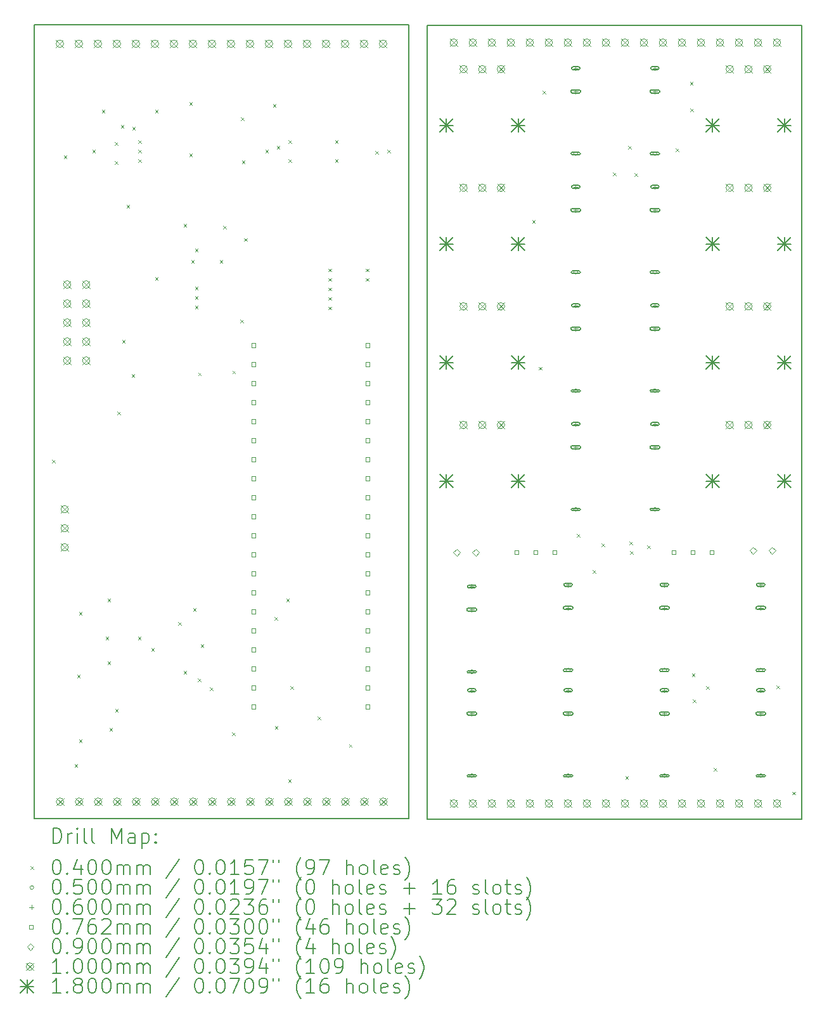
<source format=gbr>
%FSLAX45Y45*%
G04 Gerber Fmt 4.5, Leading zero omitted, Abs format (unit mm)*
G04 Created by KiCad (PCBNEW (6.0.0-0)) date 2022-10-28 21:20:10*
%MOMM*%
%LPD*%
G01*
G04 APERTURE LIST*
%TA.AperFunction,Profile*%
%ADD10C,0.200000*%
%TD*%
%ADD11C,0.200000*%
%ADD12C,0.040000*%
%ADD13C,0.050000*%
%ADD14C,0.060000*%
%ADD15C,0.076200*%
%ADD16C,0.090000*%
%ADD17C,0.100000*%
%ADD18C,0.180000*%
G04 APERTURE END LIST*
D10*
X8803000Y-27251080D02*
X13803000Y-27251080D01*
X13803000Y-27251080D02*
X13803000Y-37851080D01*
X13803000Y-37851080D02*
X8803000Y-37851080D01*
X8803000Y-37851080D02*
X8803000Y-27251080D01*
X3556000Y-27246000D02*
X8556000Y-27246000D01*
X8556000Y-27246000D02*
X8556000Y-37846000D01*
X8556000Y-37846000D02*
X3556000Y-37846000D01*
X3556000Y-37846000D02*
X3556000Y-27246000D01*
D11*
D12*
X3791280Y-33052760D02*
X3831280Y-33092760D01*
X3831280Y-33052760D02*
X3791280Y-33092760D01*
X3938600Y-33692840D02*
X3978600Y-33732840D01*
X3978600Y-33692840D02*
X3938600Y-33732840D01*
X3948400Y-28988600D02*
X3988400Y-29028600D01*
X3988400Y-28988600D02*
X3948400Y-29028600D01*
X4091000Y-37119300D02*
X4131000Y-37159300D01*
X4131000Y-37119300D02*
X4091000Y-37159300D01*
X4126200Y-35922800D02*
X4166200Y-35962800D01*
X4166200Y-35922800D02*
X4126200Y-35962800D01*
X4151600Y-35084600D02*
X4191600Y-35124600D01*
X4191600Y-35084600D02*
X4151600Y-35124600D01*
X4151600Y-36786400D02*
X4191600Y-36826400D01*
X4191600Y-36786400D02*
X4151600Y-36826400D01*
X4329400Y-28912400D02*
X4369400Y-28952400D01*
X4369400Y-28912400D02*
X4329400Y-28952400D01*
X4456400Y-28379000D02*
X4496400Y-28419000D01*
X4496400Y-28379000D02*
X4456400Y-28419000D01*
X4507200Y-35417600D02*
X4547200Y-35457600D01*
X4547200Y-35417600D02*
X4507200Y-35457600D01*
X4532600Y-34906800D02*
X4572600Y-34946800D01*
X4572600Y-34906800D02*
X4532600Y-34946800D01*
X4532600Y-35745000D02*
X4572600Y-35785000D01*
X4572600Y-35745000D02*
X4532600Y-35785000D01*
X4558000Y-36634000D02*
X4598000Y-36674000D01*
X4598000Y-36634000D02*
X4558000Y-36674000D01*
X4631400Y-28810800D02*
X4671400Y-28850800D01*
X4671400Y-28810800D02*
X4631400Y-28850800D01*
X4631400Y-29064800D02*
X4671400Y-29104800D01*
X4671400Y-29064800D02*
X4631400Y-29104800D01*
X4634200Y-36380000D02*
X4674200Y-36420000D01*
X4674200Y-36380000D02*
X4634200Y-36420000D01*
X4662500Y-32407600D02*
X4702500Y-32447600D01*
X4702500Y-32407600D02*
X4662500Y-32447600D01*
X4710400Y-28582200D02*
X4750400Y-28622200D01*
X4750400Y-28582200D02*
X4710400Y-28622200D01*
X4726000Y-31455100D02*
X4766000Y-31495100D01*
X4766000Y-31455100D02*
X4726000Y-31495100D01*
X4786600Y-29649000D02*
X4826600Y-29689000D01*
X4826600Y-29649000D02*
X4786600Y-29689000D01*
X4853000Y-31912980D02*
X4893000Y-31952980D01*
X4893000Y-31912980D02*
X4853000Y-31952980D01*
X4862800Y-28607600D02*
X4902800Y-28647600D01*
X4902800Y-28607600D02*
X4862800Y-28647600D01*
X4939000Y-35414800D02*
X4979000Y-35454800D01*
X4979000Y-35414800D02*
X4939000Y-35454800D01*
X4941800Y-28785400D02*
X4981800Y-28825400D01*
X4981800Y-28785400D02*
X4941800Y-28825400D01*
X4941800Y-28912400D02*
X4981800Y-28952400D01*
X4981800Y-28912400D02*
X4941800Y-28952400D01*
X4941800Y-29039400D02*
X4981800Y-29079400D01*
X4981800Y-29039400D02*
X4941800Y-29079400D01*
X5116800Y-35567200D02*
X5156800Y-35607200D01*
X5156800Y-35567200D02*
X5116800Y-35607200D01*
X5167600Y-28379000D02*
X5207600Y-28419000D01*
X5207600Y-28379000D02*
X5167600Y-28419000D01*
X5167600Y-30614200D02*
X5207600Y-30654200D01*
X5207600Y-30614200D02*
X5167600Y-30654200D01*
X5475200Y-35222218D02*
X5515200Y-35262218D01*
X5515200Y-35222218D02*
X5475200Y-35262218D01*
X5548600Y-29903000D02*
X5588600Y-29943000D01*
X5588600Y-29903000D02*
X5548600Y-29943000D01*
X5548600Y-35872000D02*
X5588600Y-35912000D01*
X5588600Y-35872000D02*
X5548600Y-35912000D01*
X5624800Y-28277400D02*
X5664800Y-28317400D01*
X5664800Y-28277400D02*
X5624800Y-28317400D01*
X5624800Y-28963200D02*
X5664800Y-29003200D01*
X5664800Y-28963200D02*
X5624800Y-29003200D01*
X5650200Y-30385600D02*
X5690200Y-30425600D01*
X5690200Y-30385600D02*
X5650200Y-30425600D01*
X5675600Y-35033800D02*
X5715600Y-35073800D01*
X5715600Y-35033800D02*
X5675600Y-35073800D01*
X5701000Y-30233200D02*
X5741000Y-30273200D01*
X5741000Y-30233200D02*
X5701000Y-30273200D01*
X5701000Y-30741200D02*
X5741000Y-30781200D01*
X5741000Y-30741200D02*
X5701000Y-30781200D01*
X5701000Y-30868200D02*
X5741000Y-30908200D01*
X5741000Y-30868200D02*
X5701000Y-30908200D01*
X5701000Y-30995200D02*
X5741000Y-31035200D01*
X5741000Y-30995200D02*
X5701000Y-31035200D01*
X5736920Y-35976300D02*
X5776920Y-36016300D01*
X5776920Y-35976300D02*
X5736920Y-36016300D01*
X5742000Y-31889100D02*
X5782000Y-31929100D01*
X5782000Y-31889100D02*
X5742000Y-31929100D01*
X5777200Y-35516400D02*
X5817200Y-35556400D01*
X5817200Y-35516400D02*
X5777200Y-35556400D01*
X5899748Y-36090600D02*
X5939748Y-36130600D01*
X5939748Y-36090600D02*
X5899748Y-36130600D01*
X6031200Y-30385600D02*
X6071200Y-30425600D01*
X6071200Y-30385600D02*
X6031200Y-30425600D01*
X6079200Y-29928400D02*
X6119200Y-29968400D01*
X6119200Y-29928400D02*
X6079200Y-29968400D01*
X6194120Y-36692580D02*
X6234120Y-36732580D01*
X6234120Y-36692580D02*
X6194120Y-36732580D01*
X6199200Y-31864040D02*
X6239200Y-31904040D01*
X6239200Y-31864040D02*
X6199200Y-31904040D01*
X6303340Y-31180780D02*
X6343340Y-31220780D01*
X6343340Y-31180780D02*
X6303340Y-31220780D01*
X6313500Y-28483300D02*
X6353500Y-28523300D01*
X6353500Y-28483300D02*
X6313500Y-28523300D01*
X6326200Y-29054800D02*
X6366200Y-29094800D01*
X6366200Y-29054800D02*
X6326200Y-29094800D01*
X6354900Y-30093500D02*
X6394900Y-30133500D01*
X6394900Y-30093500D02*
X6354900Y-30133500D01*
X6640800Y-28912400D02*
X6680800Y-28952400D01*
X6680800Y-28912400D02*
X6640800Y-28952400D01*
X6742400Y-28305600D02*
X6782400Y-28345600D01*
X6782400Y-28305600D02*
X6742400Y-28345600D01*
X6762738Y-35155739D02*
X6802738Y-35195739D01*
X6802738Y-35155739D02*
X6762738Y-35195739D01*
X6767800Y-36608600D02*
X6807800Y-36648600D01*
X6807800Y-36608600D02*
X6767800Y-36648600D01*
X6793200Y-28861600D02*
X6833200Y-28901600D01*
X6833200Y-28861600D02*
X6793200Y-28901600D01*
X6920200Y-34906800D02*
X6960200Y-34946800D01*
X6960200Y-34906800D02*
X6920200Y-34946800D01*
X6945600Y-37319800D02*
X6985600Y-37359800D01*
X6985600Y-37319800D02*
X6945600Y-37359800D01*
X6948500Y-28788100D02*
X6988500Y-28828100D01*
X6988500Y-28788100D02*
X6948500Y-28828100D01*
X6948500Y-29042100D02*
X6988500Y-29082100D01*
X6988500Y-29042100D02*
X6948500Y-29082100D01*
X6973900Y-36077900D02*
X7013900Y-36117900D01*
X7013900Y-36077900D02*
X6973900Y-36117900D01*
X7340000Y-36480000D02*
X7380000Y-36520000D01*
X7380000Y-36480000D02*
X7340000Y-36520000D01*
X7485500Y-30499900D02*
X7525500Y-30539900D01*
X7525500Y-30499900D02*
X7485500Y-30539900D01*
X7485500Y-30626900D02*
X7525500Y-30666900D01*
X7525500Y-30626900D02*
X7485500Y-30666900D01*
X7485500Y-30753900D02*
X7525500Y-30793900D01*
X7525500Y-30753900D02*
X7485500Y-30793900D01*
X7485500Y-30880900D02*
X7525500Y-30920900D01*
X7525500Y-30880900D02*
X7485500Y-30920900D01*
X7485500Y-31007900D02*
X7525500Y-31047900D01*
X7525500Y-31007900D02*
X7485500Y-31047900D01*
X7570800Y-28788100D02*
X7610800Y-28828100D01*
X7610800Y-28788100D02*
X7570800Y-28828100D01*
X7570800Y-29042100D02*
X7610800Y-29082100D01*
X7610800Y-29042100D02*
X7570800Y-29082100D01*
X7758400Y-36850000D02*
X7798400Y-36890000D01*
X7798400Y-36850000D02*
X7758400Y-36890000D01*
X7980500Y-30499900D02*
X8020500Y-30539900D01*
X8020500Y-30499900D02*
X7980500Y-30539900D01*
X7980500Y-30626900D02*
X8020500Y-30666900D01*
X8020500Y-30626900D02*
X7980500Y-30666900D01*
X8111200Y-28927800D02*
X8151200Y-28967800D01*
X8151200Y-28927800D02*
X8111200Y-28967800D01*
X8269200Y-28912400D02*
X8309200Y-28952400D01*
X8309200Y-28912400D02*
X8269200Y-28952400D01*
X10203500Y-29850400D02*
X10243500Y-29890400D01*
X10243500Y-29850400D02*
X10203500Y-29890400D01*
X10292400Y-31813800D02*
X10332400Y-31853800D01*
X10332400Y-31813800D02*
X10292400Y-31853800D01*
X10343200Y-28123200D02*
X10383200Y-28163200D01*
X10383200Y-28123200D02*
X10343200Y-28163200D01*
X10800400Y-34041400D02*
X10840400Y-34081400D01*
X10840400Y-34041400D02*
X10800400Y-34081400D01*
X11010100Y-34524000D02*
X11050100Y-34564000D01*
X11050100Y-34524000D02*
X11010100Y-34564000D01*
X11130000Y-34170000D02*
X11170000Y-34210000D01*
X11170000Y-34170000D02*
X11130000Y-34210000D01*
X11283000Y-29215400D02*
X11323000Y-29255400D01*
X11323000Y-29215400D02*
X11283000Y-29255400D01*
X11448100Y-37279900D02*
X11488100Y-37319900D01*
X11488100Y-37279900D02*
X11448100Y-37319900D01*
X11486200Y-28859800D02*
X11526200Y-28899800D01*
X11526200Y-28859800D02*
X11486200Y-28899800D01*
X11505100Y-34143000D02*
X11545100Y-34183000D01*
X11545100Y-34143000D02*
X11505100Y-34183000D01*
X11510000Y-34270000D02*
X11550000Y-34310000D01*
X11550000Y-34270000D02*
X11510000Y-34310000D01*
X11573811Y-29226811D02*
X11613811Y-29266811D01*
X11613811Y-29226811D02*
X11573811Y-29266811D01*
X11740200Y-34193800D02*
X11780200Y-34233800D01*
X11780200Y-34193800D02*
X11740200Y-34233800D01*
X12121200Y-28897900D02*
X12161200Y-28937900D01*
X12161200Y-28897900D02*
X12121200Y-28937900D01*
X12311700Y-28008900D02*
X12351700Y-28048900D01*
X12351700Y-28008900D02*
X12311700Y-28048900D01*
X12314500Y-28364500D02*
X12354500Y-28404500D01*
X12354500Y-28364500D02*
X12314500Y-28404500D01*
X12337100Y-35908300D02*
X12377100Y-35948300D01*
X12377100Y-35908300D02*
X12337100Y-35948300D01*
X12349800Y-36251200D02*
X12389800Y-36291200D01*
X12389800Y-36251200D02*
X12349800Y-36291200D01*
X12530400Y-36073400D02*
X12570400Y-36113400D01*
X12570400Y-36073400D02*
X12530400Y-36113400D01*
X12629200Y-37165600D02*
X12669200Y-37205600D01*
X12669200Y-37165600D02*
X12629200Y-37205600D01*
X13469940Y-36065780D02*
X13509940Y-36105780D01*
X13509940Y-36065780D02*
X13469940Y-36105780D01*
X13678220Y-37485640D02*
X13718220Y-37525640D01*
X13718220Y-37485640D02*
X13678220Y-37525640D01*
D13*
X9423000Y-35884450D02*
G75*
G03*
X9423000Y-35884450I-25000J0D01*
G01*
D11*
X9448000Y-35869450D02*
X9348000Y-35869450D01*
X9448000Y-35899450D02*
X9348000Y-35899450D01*
X9348000Y-35869450D02*
G75*
G03*
X9348000Y-35899450I0J-15000D01*
G01*
X9448000Y-35899450D02*
G75*
G03*
X9448000Y-35869450I0J15000D01*
G01*
D13*
X9423000Y-37271200D02*
G75*
G03*
X9423000Y-37271200I-25000J0D01*
G01*
D11*
X9448000Y-37256200D02*
X9348000Y-37256200D01*
X9448000Y-37286200D02*
X9348000Y-37286200D01*
X9348000Y-37256200D02*
G75*
G03*
X9348000Y-37286200I0J-15000D01*
G01*
X9448000Y-37286200D02*
G75*
G03*
X9448000Y-37256200I0J15000D01*
G01*
D13*
X10709933Y-35861500D02*
G75*
G03*
X10709933Y-35861500I-25000J0D01*
G01*
D11*
X10734933Y-35846500D02*
X10634933Y-35846500D01*
X10734933Y-35876500D02*
X10634933Y-35876500D01*
X10634933Y-35846500D02*
G75*
G03*
X10634933Y-35876500I0J-15000D01*
G01*
X10734933Y-35876500D02*
G75*
G03*
X10734933Y-35846500I0J15000D01*
G01*
D13*
X10709933Y-37271200D02*
G75*
G03*
X10709933Y-37271200I-25000J0D01*
G01*
D11*
X10734933Y-37256200D02*
X10634933Y-37256200D01*
X10734933Y-37286200D02*
X10634933Y-37286200D01*
X10634933Y-37256200D02*
G75*
G03*
X10634933Y-37286200I0J-15000D01*
G01*
X10734933Y-37286200D02*
G75*
G03*
X10734933Y-37256200I0J15000D01*
G01*
D13*
X10812033Y-28964400D02*
G75*
G03*
X10812033Y-28964400I-25000J0D01*
G01*
D11*
X10837033Y-28949400D02*
X10737033Y-28949400D01*
X10837033Y-28979400D02*
X10737033Y-28979400D01*
X10737033Y-28949400D02*
G75*
G03*
X10737033Y-28979400I0J-15000D01*
G01*
X10837033Y-28979400D02*
G75*
G03*
X10837033Y-28949400I0J15000D01*
G01*
D13*
X10812033Y-30548000D02*
G75*
G03*
X10812033Y-30548000I-25000J0D01*
G01*
D11*
X10837033Y-30533000D02*
X10737033Y-30533000D01*
X10837033Y-30563000D02*
X10737033Y-30563000D01*
X10737033Y-30533000D02*
G75*
G03*
X10737033Y-30563000I0J-15000D01*
G01*
X10837033Y-30563000D02*
G75*
G03*
X10837033Y-30533000I0J15000D01*
G01*
D13*
X10812033Y-32131600D02*
G75*
G03*
X10812033Y-32131600I-25000J0D01*
G01*
D11*
X10837033Y-32116600D02*
X10737033Y-32116600D01*
X10837033Y-32146600D02*
X10737033Y-32146600D01*
X10737033Y-32116600D02*
G75*
G03*
X10737033Y-32146600I0J-15000D01*
G01*
X10837033Y-32146600D02*
G75*
G03*
X10837033Y-32116600I0J15000D01*
G01*
D13*
X10812033Y-33715200D02*
G75*
G03*
X10812033Y-33715200I-25000J0D01*
G01*
D11*
X10837033Y-33700200D02*
X10737033Y-33700200D01*
X10837033Y-33730200D02*
X10737033Y-33730200D01*
X10737033Y-33700200D02*
G75*
G03*
X10737033Y-33730200I0J-15000D01*
G01*
X10837033Y-33730200D02*
G75*
G03*
X10837033Y-33700200I0J15000D01*
G01*
D13*
X11869367Y-28964400D02*
G75*
G03*
X11869367Y-28964400I-25000J0D01*
G01*
D11*
X11894367Y-28949400D02*
X11794367Y-28949400D01*
X11894367Y-28979400D02*
X11794367Y-28979400D01*
X11794367Y-28949400D02*
G75*
G03*
X11794367Y-28979400I0J-15000D01*
G01*
X11894367Y-28979400D02*
G75*
G03*
X11894367Y-28949400I0J15000D01*
G01*
D13*
X11869367Y-30548000D02*
G75*
G03*
X11869367Y-30548000I-25000J0D01*
G01*
D11*
X11894367Y-30533000D02*
X11794367Y-30533000D01*
X11894367Y-30563000D02*
X11794367Y-30563000D01*
X11794367Y-30533000D02*
G75*
G03*
X11794367Y-30563000I0J-15000D01*
G01*
X11894367Y-30563000D02*
G75*
G03*
X11894367Y-30533000I0J15000D01*
G01*
D13*
X11869367Y-32131600D02*
G75*
G03*
X11869367Y-32131600I-25000J0D01*
G01*
D11*
X11894367Y-32116600D02*
X11794367Y-32116600D01*
X11894367Y-32146600D02*
X11794367Y-32146600D01*
X11794367Y-32116600D02*
G75*
G03*
X11794367Y-32146600I0J-15000D01*
G01*
X11894367Y-32146600D02*
G75*
G03*
X11894367Y-32116600I0J15000D01*
G01*
D13*
X11869367Y-33715200D02*
G75*
G03*
X11869367Y-33715200I-25000J0D01*
G01*
D11*
X11894367Y-33700200D02*
X11794367Y-33700200D01*
X11894367Y-33730200D02*
X11794367Y-33730200D01*
X11794367Y-33700200D02*
G75*
G03*
X11794367Y-33730200I0J-15000D01*
G01*
X11894367Y-33730200D02*
G75*
G03*
X11894367Y-33700200I0J15000D01*
G01*
D13*
X11996867Y-35861500D02*
G75*
G03*
X11996867Y-35861500I-25000J0D01*
G01*
D11*
X12021867Y-35846500D02*
X11921867Y-35846500D01*
X12021867Y-35876500D02*
X11921867Y-35876500D01*
X11921867Y-35846500D02*
G75*
G03*
X11921867Y-35876500I0J-15000D01*
G01*
X12021867Y-35876500D02*
G75*
G03*
X12021867Y-35846500I0J15000D01*
G01*
D13*
X11996867Y-37271200D02*
G75*
G03*
X11996867Y-37271200I-25000J0D01*
G01*
D11*
X12021867Y-37256200D02*
X11921867Y-37256200D01*
X12021867Y-37286200D02*
X11921867Y-37286200D01*
X11921867Y-37256200D02*
G75*
G03*
X11921867Y-37286200I0J-15000D01*
G01*
X12021867Y-37286200D02*
G75*
G03*
X12021867Y-37256200I0J15000D01*
G01*
D13*
X13283800Y-35861500D02*
G75*
G03*
X13283800Y-35861500I-25000J0D01*
G01*
D11*
X13308800Y-35846500D02*
X13208800Y-35846500D01*
X13308800Y-35876500D02*
X13208800Y-35876500D01*
X13208800Y-35846500D02*
G75*
G03*
X13208800Y-35876500I0J-15000D01*
G01*
X13308800Y-35876500D02*
G75*
G03*
X13308800Y-35846500I0J15000D01*
G01*
D13*
X13283800Y-37271200D02*
G75*
G03*
X13283800Y-37271200I-25000J0D01*
G01*
D11*
X13308800Y-37256200D02*
X13208800Y-37256200D01*
X13308800Y-37286200D02*
X13208800Y-37286200D01*
X13208800Y-37256200D02*
G75*
G03*
X13208800Y-37286200I0J-15000D01*
G01*
X13308800Y-37286200D02*
G75*
G03*
X13308800Y-37256200I0J15000D01*
G01*
D14*
X9398000Y-34714450D02*
X9398000Y-34774450D01*
X9368000Y-34744450D02*
X9428000Y-34744450D01*
D11*
X9433000Y-34724450D02*
X9363000Y-34724450D01*
X9433000Y-34764450D02*
X9363000Y-34764450D01*
X9363000Y-34724450D02*
G75*
G03*
X9363000Y-34764450I0J-20000D01*
G01*
X9433000Y-34764450D02*
G75*
G03*
X9433000Y-34724450I0J20000D01*
G01*
D14*
X9398000Y-35024450D02*
X9398000Y-35084450D01*
X9368000Y-35054450D02*
X9428000Y-35054450D01*
D11*
X9443000Y-35034450D02*
X9353000Y-35034450D01*
X9443000Y-35074450D02*
X9353000Y-35074450D01*
X9353000Y-35034450D02*
G75*
G03*
X9353000Y-35074450I0J-20000D01*
G01*
X9443000Y-35074450D02*
G75*
G03*
X9443000Y-35034450I0J20000D01*
G01*
D14*
X9398000Y-36101200D02*
X9398000Y-36161200D01*
X9368000Y-36131200D02*
X9428000Y-36131200D01*
D11*
X9433000Y-36111200D02*
X9363000Y-36111200D01*
X9433000Y-36151200D02*
X9363000Y-36151200D01*
X9363000Y-36111200D02*
G75*
G03*
X9363000Y-36151200I0J-20000D01*
G01*
X9433000Y-36151200D02*
G75*
G03*
X9433000Y-36111200I0J20000D01*
G01*
D14*
X9398000Y-36411200D02*
X9398000Y-36471200D01*
X9368000Y-36441200D02*
X9428000Y-36441200D01*
D11*
X9443000Y-36421200D02*
X9353000Y-36421200D01*
X9443000Y-36461200D02*
X9353000Y-36461200D01*
X9353000Y-36421200D02*
G75*
G03*
X9353000Y-36461200I0J-20000D01*
G01*
X9443000Y-36461200D02*
G75*
G03*
X9443000Y-36421200I0J20000D01*
G01*
D14*
X10684933Y-34691500D02*
X10684933Y-34751500D01*
X10654933Y-34721500D02*
X10714933Y-34721500D01*
D11*
X10719933Y-34701500D02*
X10649933Y-34701500D01*
X10719933Y-34741500D02*
X10649933Y-34741500D01*
X10649933Y-34701500D02*
G75*
G03*
X10649933Y-34741500I0J-20000D01*
G01*
X10719933Y-34741500D02*
G75*
G03*
X10719933Y-34701500I0J20000D01*
G01*
D14*
X10684933Y-35001500D02*
X10684933Y-35061500D01*
X10654933Y-35031500D02*
X10714933Y-35031500D01*
D11*
X10729933Y-35011500D02*
X10639933Y-35011500D01*
X10729933Y-35051500D02*
X10639933Y-35051500D01*
X10639933Y-35011500D02*
G75*
G03*
X10639933Y-35051500I0J-20000D01*
G01*
X10729933Y-35051500D02*
G75*
G03*
X10729933Y-35011500I0J20000D01*
G01*
D14*
X10684933Y-36101200D02*
X10684933Y-36161200D01*
X10654933Y-36131200D02*
X10714933Y-36131200D01*
D11*
X10719933Y-36111200D02*
X10649933Y-36111200D01*
X10719933Y-36151200D02*
X10649933Y-36151200D01*
X10649933Y-36111200D02*
G75*
G03*
X10649933Y-36151200I0J-20000D01*
G01*
X10719933Y-36151200D02*
G75*
G03*
X10719933Y-36111200I0J20000D01*
G01*
D14*
X10684933Y-36411200D02*
X10684933Y-36471200D01*
X10654933Y-36441200D02*
X10714933Y-36441200D01*
D11*
X10729933Y-36421200D02*
X10639933Y-36421200D01*
X10729933Y-36461200D02*
X10639933Y-36461200D01*
X10639933Y-36421200D02*
G75*
G03*
X10639933Y-36461200I0J-20000D01*
G01*
X10729933Y-36461200D02*
G75*
G03*
X10729933Y-36421200I0J20000D01*
G01*
D14*
X10787033Y-27794400D02*
X10787033Y-27854400D01*
X10757033Y-27824400D02*
X10817033Y-27824400D01*
D11*
X10822033Y-27804400D02*
X10752033Y-27804400D01*
X10822033Y-27844400D02*
X10752033Y-27844400D01*
X10752033Y-27804400D02*
G75*
G03*
X10752033Y-27844400I0J-20000D01*
G01*
X10822033Y-27844400D02*
G75*
G03*
X10822033Y-27804400I0J20000D01*
G01*
D14*
X10787033Y-28104400D02*
X10787033Y-28164400D01*
X10757033Y-28134400D02*
X10817033Y-28134400D01*
D11*
X10832033Y-28114400D02*
X10742033Y-28114400D01*
X10832033Y-28154400D02*
X10742033Y-28154400D01*
X10742033Y-28114400D02*
G75*
G03*
X10742033Y-28154400I0J-20000D01*
G01*
X10832033Y-28154400D02*
G75*
G03*
X10832033Y-28114400I0J20000D01*
G01*
D14*
X10787033Y-29378000D02*
X10787033Y-29438000D01*
X10757033Y-29408000D02*
X10817033Y-29408000D01*
D11*
X10822033Y-29388000D02*
X10752033Y-29388000D01*
X10822033Y-29428000D02*
X10752033Y-29428000D01*
X10752033Y-29388000D02*
G75*
G03*
X10752033Y-29428000I0J-20000D01*
G01*
X10822033Y-29428000D02*
G75*
G03*
X10822033Y-29388000I0J20000D01*
G01*
D14*
X10787033Y-29688000D02*
X10787033Y-29748000D01*
X10757033Y-29718000D02*
X10817033Y-29718000D01*
D11*
X10832033Y-29698000D02*
X10742033Y-29698000D01*
X10832033Y-29738000D02*
X10742033Y-29738000D01*
X10742033Y-29698000D02*
G75*
G03*
X10742033Y-29738000I0J-20000D01*
G01*
X10832033Y-29738000D02*
G75*
G03*
X10832033Y-29698000I0J20000D01*
G01*
D14*
X10787033Y-30961600D02*
X10787033Y-31021600D01*
X10757033Y-30991600D02*
X10817033Y-30991600D01*
D11*
X10822033Y-30971600D02*
X10752033Y-30971600D01*
X10822033Y-31011600D02*
X10752033Y-31011600D01*
X10752033Y-30971600D02*
G75*
G03*
X10752033Y-31011600I0J-20000D01*
G01*
X10822033Y-31011600D02*
G75*
G03*
X10822033Y-30971600I0J20000D01*
G01*
D14*
X10787033Y-31271600D02*
X10787033Y-31331600D01*
X10757033Y-31301600D02*
X10817033Y-31301600D01*
D11*
X10832033Y-31281600D02*
X10742033Y-31281600D01*
X10832033Y-31321600D02*
X10742033Y-31321600D01*
X10742033Y-31281600D02*
G75*
G03*
X10742033Y-31321600I0J-20000D01*
G01*
X10832033Y-31321600D02*
G75*
G03*
X10832033Y-31281600I0J20000D01*
G01*
D14*
X10787033Y-32545200D02*
X10787033Y-32605200D01*
X10757033Y-32575200D02*
X10817033Y-32575200D01*
D11*
X10822033Y-32555200D02*
X10752033Y-32555200D01*
X10822033Y-32595200D02*
X10752033Y-32595200D01*
X10752033Y-32555200D02*
G75*
G03*
X10752033Y-32595200I0J-20000D01*
G01*
X10822033Y-32595200D02*
G75*
G03*
X10822033Y-32555200I0J20000D01*
G01*
D14*
X10787033Y-32855200D02*
X10787033Y-32915200D01*
X10757033Y-32885200D02*
X10817033Y-32885200D01*
D11*
X10832033Y-32865200D02*
X10742033Y-32865200D01*
X10832033Y-32905200D02*
X10742033Y-32905200D01*
X10742033Y-32865200D02*
G75*
G03*
X10742033Y-32905200I0J-20000D01*
G01*
X10832033Y-32905200D02*
G75*
G03*
X10832033Y-32865200I0J20000D01*
G01*
D14*
X11844367Y-27794400D02*
X11844367Y-27854400D01*
X11814367Y-27824400D02*
X11874367Y-27824400D01*
D11*
X11879367Y-27804400D02*
X11809367Y-27804400D01*
X11879367Y-27844400D02*
X11809367Y-27844400D01*
X11809367Y-27804400D02*
G75*
G03*
X11809367Y-27844400I0J-20000D01*
G01*
X11879367Y-27844400D02*
G75*
G03*
X11879367Y-27804400I0J20000D01*
G01*
D14*
X11844367Y-28104400D02*
X11844367Y-28164400D01*
X11814367Y-28134400D02*
X11874367Y-28134400D01*
D11*
X11889367Y-28114400D02*
X11799367Y-28114400D01*
X11889367Y-28154400D02*
X11799367Y-28154400D01*
X11799367Y-28114400D02*
G75*
G03*
X11799367Y-28154400I0J-20000D01*
G01*
X11889367Y-28154400D02*
G75*
G03*
X11889367Y-28114400I0J20000D01*
G01*
D14*
X11844367Y-29378000D02*
X11844367Y-29438000D01*
X11814367Y-29408000D02*
X11874367Y-29408000D01*
D11*
X11879367Y-29388000D02*
X11809367Y-29388000D01*
X11879367Y-29428000D02*
X11809367Y-29428000D01*
X11809367Y-29388000D02*
G75*
G03*
X11809367Y-29428000I0J-20000D01*
G01*
X11879367Y-29428000D02*
G75*
G03*
X11879367Y-29388000I0J20000D01*
G01*
D14*
X11844367Y-29688000D02*
X11844367Y-29748000D01*
X11814367Y-29718000D02*
X11874367Y-29718000D01*
D11*
X11889367Y-29698000D02*
X11799367Y-29698000D01*
X11889367Y-29738000D02*
X11799367Y-29738000D01*
X11799367Y-29698000D02*
G75*
G03*
X11799367Y-29738000I0J-20000D01*
G01*
X11889367Y-29738000D02*
G75*
G03*
X11889367Y-29698000I0J20000D01*
G01*
D14*
X11844367Y-30961600D02*
X11844367Y-31021600D01*
X11814367Y-30991600D02*
X11874367Y-30991600D01*
D11*
X11879367Y-30971600D02*
X11809367Y-30971600D01*
X11879367Y-31011600D02*
X11809367Y-31011600D01*
X11809367Y-30971600D02*
G75*
G03*
X11809367Y-31011600I0J-20000D01*
G01*
X11879367Y-31011600D02*
G75*
G03*
X11879367Y-30971600I0J20000D01*
G01*
D14*
X11844367Y-31271600D02*
X11844367Y-31331600D01*
X11814367Y-31301600D02*
X11874367Y-31301600D01*
D11*
X11889367Y-31281600D02*
X11799367Y-31281600D01*
X11889367Y-31321600D02*
X11799367Y-31321600D01*
X11799367Y-31281600D02*
G75*
G03*
X11799367Y-31321600I0J-20000D01*
G01*
X11889367Y-31321600D02*
G75*
G03*
X11889367Y-31281600I0J20000D01*
G01*
D14*
X11844367Y-32545200D02*
X11844367Y-32605200D01*
X11814367Y-32575200D02*
X11874367Y-32575200D01*
D11*
X11879367Y-32555200D02*
X11809367Y-32555200D01*
X11879367Y-32595200D02*
X11809367Y-32595200D01*
X11809367Y-32555200D02*
G75*
G03*
X11809367Y-32595200I0J-20000D01*
G01*
X11879367Y-32595200D02*
G75*
G03*
X11879367Y-32555200I0J20000D01*
G01*
D14*
X11844367Y-32855200D02*
X11844367Y-32915200D01*
X11814367Y-32885200D02*
X11874367Y-32885200D01*
D11*
X11889367Y-32865200D02*
X11799367Y-32865200D01*
X11889367Y-32905200D02*
X11799367Y-32905200D01*
X11799367Y-32865200D02*
G75*
G03*
X11799367Y-32905200I0J-20000D01*
G01*
X11889367Y-32905200D02*
G75*
G03*
X11889367Y-32865200I0J20000D01*
G01*
D14*
X11971867Y-34691500D02*
X11971867Y-34751500D01*
X11941867Y-34721500D02*
X12001867Y-34721500D01*
D11*
X12006867Y-34701500D02*
X11936867Y-34701500D01*
X12006867Y-34741500D02*
X11936867Y-34741500D01*
X11936867Y-34701500D02*
G75*
G03*
X11936867Y-34741500I0J-20000D01*
G01*
X12006867Y-34741500D02*
G75*
G03*
X12006867Y-34701500I0J20000D01*
G01*
D14*
X11971867Y-35001500D02*
X11971867Y-35061500D01*
X11941867Y-35031500D02*
X12001867Y-35031500D01*
D11*
X12016867Y-35011500D02*
X11926867Y-35011500D01*
X12016867Y-35051500D02*
X11926867Y-35051500D01*
X11926867Y-35011500D02*
G75*
G03*
X11926867Y-35051500I0J-20000D01*
G01*
X12016867Y-35051500D02*
G75*
G03*
X12016867Y-35011500I0J20000D01*
G01*
D14*
X11971867Y-36101200D02*
X11971867Y-36161200D01*
X11941867Y-36131200D02*
X12001867Y-36131200D01*
D11*
X12006867Y-36111200D02*
X11936867Y-36111200D01*
X12006867Y-36151200D02*
X11936867Y-36151200D01*
X11936867Y-36111200D02*
G75*
G03*
X11936867Y-36151200I0J-20000D01*
G01*
X12006867Y-36151200D02*
G75*
G03*
X12006867Y-36111200I0J20000D01*
G01*
D14*
X11971867Y-36411200D02*
X11971867Y-36471200D01*
X11941867Y-36441200D02*
X12001867Y-36441200D01*
D11*
X12016867Y-36421200D02*
X11926867Y-36421200D01*
X12016867Y-36461200D02*
X11926867Y-36461200D01*
X11926867Y-36421200D02*
G75*
G03*
X11926867Y-36461200I0J-20000D01*
G01*
X12016867Y-36461200D02*
G75*
G03*
X12016867Y-36421200I0J20000D01*
G01*
D14*
X13258800Y-34691500D02*
X13258800Y-34751500D01*
X13228800Y-34721500D02*
X13288800Y-34721500D01*
D11*
X13293800Y-34701500D02*
X13223800Y-34701500D01*
X13293800Y-34741500D02*
X13223800Y-34741500D01*
X13223800Y-34701500D02*
G75*
G03*
X13223800Y-34741500I0J-20000D01*
G01*
X13293800Y-34741500D02*
G75*
G03*
X13293800Y-34701500I0J20000D01*
G01*
D14*
X13258800Y-35001500D02*
X13258800Y-35061500D01*
X13228800Y-35031500D02*
X13288800Y-35031500D01*
D11*
X13303800Y-35011500D02*
X13213800Y-35011500D01*
X13303800Y-35051500D02*
X13213800Y-35051500D01*
X13213800Y-35011500D02*
G75*
G03*
X13213800Y-35051500I0J-20000D01*
G01*
X13303800Y-35051500D02*
G75*
G03*
X13303800Y-35011500I0J20000D01*
G01*
D14*
X13258800Y-36101200D02*
X13258800Y-36161200D01*
X13228800Y-36131200D02*
X13288800Y-36131200D01*
D11*
X13293800Y-36111200D02*
X13223800Y-36111200D01*
X13293800Y-36151200D02*
X13223800Y-36151200D01*
X13223800Y-36111200D02*
G75*
G03*
X13223800Y-36151200I0J-20000D01*
G01*
X13293800Y-36151200D02*
G75*
G03*
X13293800Y-36111200I0J20000D01*
G01*
D14*
X13258800Y-36411200D02*
X13258800Y-36471200D01*
X13228800Y-36441200D02*
X13288800Y-36441200D01*
D11*
X13303800Y-36421200D02*
X13213800Y-36421200D01*
X13303800Y-36461200D02*
X13213800Y-36461200D01*
X13213800Y-36421200D02*
G75*
G03*
X13213800Y-36461200I0J-20000D01*
G01*
X13303800Y-36461200D02*
G75*
G03*
X13303800Y-36421200I0J20000D01*
G01*
D15*
X6509941Y-31550141D02*
X6509941Y-31496259D01*
X6456059Y-31496259D01*
X6456059Y-31550141D01*
X6509941Y-31550141D01*
X6509941Y-31804141D02*
X6509941Y-31750259D01*
X6456059Y-31750259D01*
X6456059Y-31804141D01*
X6509941Y-31804141D01*
X6509941Y-32058141D02*
X6509941Y-32004259D01*
X6456059Y-32004259D01*
X6456059Y-32058141D01*
X6509941Y-32058141D01*
X6509941Y-32312141D02*
X6509941Y-32258259D01*
X6456059Y-32258259D01*
X6456059Y-32312141D01*
X6509941Y-32312141D01*
X6509941Y-32566141D02*
X6509941Y-32512259D01*
X6456059Y-32512259D01*
X6456059Y-32566141D01*
X6509941Y-32566141D01*
X6509941Y-32820141D02*
X6509941Y-32766259D01*
X6456059Y-32766259D01*
X6456059Y-32820141D01*
X6509941Y-32820141D01*
X6509941Y-33074141D02*
X6509941Y-33020259D01*
X6456059Y-33020259D01*
X6456059Y-33074141D01*
X6509941Y-33074141D01*
X6509941Y-33328141D02*
X6509941Y-33274259D01*
X6456059Y-33274259D01*
X6456059Y-33328141D01*
X6509941Y-33328141D01*
X6509941Y-33582141D02*
X6509941Y-33528259D01*
X6456059Y-33528259D01*
X6456059Y-33582141D01*
X6509941Y-33582141D01*
X6509941Y-33836141D02*
X6509941Y-33782259D01*
X6456059Y-33782259D01*
X6456059Y-33836141D01*
X6509941Y-33836141D01*
X6509941Y-34090141D02*
X6509941Y-34036259D01*
X6456059Y-34036259D01*
X6456059Y-34090141D01*
X6509941Y-34090141D01*
X6509941Y-34344141D02*
X6509941Y-34290259D01*
X6456059Y-34290259D01*
X6456059Y-34344141D01*
X6509941Y-34344141D01*
X6509941Y-34598141D02*
X6509941Y-34544259D01*
X6456059Y-34544259D01*
X6456059Y-34598141D01*
X6509941Y-34598141D01*
X6509941Y-34852141D02*
X6509941Y-34798259D01*
X6456059Y-34798259D01*
X6456059Y-34852141D01*
X6509941Y-34852141D01*
X6509941Y-35106141D02*
X6509941Y-35052259D01*
X6456059Y-35052259D01*
X6456059Y-35106141D01*
X6509941Y-35106141D01*
X6509941Y-35360141D02*
X6509941Y-35306259D01*
X6456059Y-35306259D01*
X6456059Y-35360141D01*
X6509941Y-35360141D01*
X6509941Y-35614141D02*
X6509941Y-35560259D01*
X6456059Y-35560259D01*
X6456059Y-35614141D01*
X6509941Y-35614141D01*
X6509941Y-35868141D02*
X6509941Y-35814259D01*
X6456059Y-35814259D01*
X6456059Y-35868141D01*
X6509941Y-35868141D01*
X6509941Y-36122141D02*
X6509941Y-36068259D01*
X6456059Y-36068259D01*
X6456059Y-36122141D01*
X6509941Y-36122141D01*
X6509941Y-36376141D02*
X6509941Y-36322259D01*
X6456059Y-36322259D01*
X6456059Y-36376141D01*
X6509941Y-36376141D01*
X8033941Y-31550141D02*
X8033941Y-31496259D01*
X7980059Y-31496259D01*
X7980059Y-31550141D01*
X8033941Y-31550141D01*
X8033941Y-31804141D02*
X8033941Y-31750259D01*
X7980059Y-31750259D01*
X7980059Y-31804141D01*
X8033941Y-31804141D01*
X8033941Y-32058141D02*
X8033941Y-32004259D01*
X7980059Y-32004259D01*
X7980059Y-32058141D01*
X8033941Y-32058141D01*
X8033941Y-32312141D02*
X8033941Y-32258259D01*
X7980059Y-32258259D01*
X7980059Y-32312141D01*
X8033941Y-32312141D01*
X8033941Y-32566141D02*
X8033941Y-32512259D01*
X7980059Y-32512259D01*
X7980059Y-32566141D01*
X8033941Y-32566141D01*
X8033941Y-32820141D02*
X8033941Y-32766259D01*
X7980059Y-32766259D01*
X7980059Y-32820141D01*
X8033941Y-32820141D01*
X8033941Y-33074141D02*
X8033941Y-33020259D01*
X7980059Y-33020259D01*
X7980059Y-33074141D01*
X8033941Y-33074141D01*
X8033941Y-33328141D02*
X8033941Y-33274259D01*
X7980059Y-33274259D01*
X7980059Y-33328141D01*
X8033941Y-33328141D01*
X8033941Y-33582141D02*
X8033941Y-33528259D01*
X7980059Y-33528259D01*
X7980059Y-33582141D01*
X8033941Y-33582141D01*
X8033941Y-33836141D02*
X8033941Y-33782259D01*
X7980059Y-33782259D01*
X7980059Y-33836141D01*
X8033941Y-33836141D01*
X8033941Y-34090141D02*
X8033941Y-34036259D01*
X7980059Y-34036259D01*
X7980059Y-34090141D01*
X8033941Y-34090141D01*
X8033941Y-34344141D02*
X8033941Y-34290259D01*
X7980059Y-34290259D01*
X7980059Y-34344141D01*
X8033941Y-34344141D01*
X8033941Y-34598141D02*
X8033941Y-34544259D01*
X7980059Y-34544259D01*
X7980059Y-34598141D01*
X8033941Y-34598141D01*
X8033941Y-34852141D02*
X8033941Y-34798259D01*
X7980059Y-34798259D01*
X7980059Y-34852141D01*
X8033941Y-34852141D01*
X8033941Y-35106141D02*
X8033941Y-35052259D01*
X7980059Y-35052259D01*
X7980059Y-35106141D01*
X8033941Y-35106141D01*
X8033941Y-35360141D02*
X8033941Y-35306259D01*
X7980059Y-35306259D01*
X7980059Y-35360141D01*
X8033941Y-35360141D01*
X8033941Y-35614141D02*
X8033941Y-35560259D01*
X7980059Y-35560259D01*
X7980059Y-35614141D01*
X8033941Y-35614141D01*
X8033941Y-35868141D02*
X8033941Y-35814259D01*
X7980059Y-35814259D01*
X7980059Y-35868141D01*
X8033941Y-35868141D01*
X8033941Y-36122141D02*
X8033941Y-36068259D01*
X7980059Y-36068259D01*
X7980059Y-36122141D01*
X8033941Y-36122141D01*
X8033941Y-36376141D02*
X8033941Y-36322259D01*
X7980059Y-36322259D01*
X7980059Y-36376141D01*
X8033941Y-36376141D01*
X10022941Y-34316941D02*
X10022941Y-34263059D01*
X9969059Y-34263059D01*
X9969059Y-34316941D01*
X10022941Y-34316941D01*
X10276941Y-34316941D02*
X10276941Y-34263059D01*
X10223059Y-34263059D01*
X10223059Y-34316941D01*
X10276941Y-34316941D01*
X10530941Y-34316941D02*
X10530941Y-34263059D01*
X10477059Y-34263059D01*
X10477059Y-34316941D01*
X10530941Y-34316941D01*
X12122941Y-34316941D02*
X12122941Y-34263059D01*
X12069059Y-34263059D01*
X12069059Y-34316941D01*
X12122941Y-34316941D01*
X12376941Y-34316941D02*
X12376941Y-34263059D01*
X12323059Y-34263059D01*
X12323059Y-34316941D01*
X12376941Y-34316941D01*
X12630941Y-34316941D02*
X12630941Y-34263059D01*
X12577059Y-34263059D01*
X12577059Y-34316941D01*
X12630941Y-34316941D01*
D16*
X9196000Y-34335000D02*
X9241000Y-34290000D01*
X9196000Y-34245000D01*
X9151000Y-34290000D01*
X9196000Y-34335000D01*
X9450000Y-34335000D02*
X9495000Y-34290000D01*
X9450000Y-34245000D01*
X9405000Y-34290000D01*
X9450000Y-34335000D01*
X13156000Y-34309600D02*
X13201000Y-34264600D01*
X13156000Y-34219600D01*
X13111000Y-34264600D01*
X13156000Y-34309600D01*
X13410000Y-34309600D02*
X13455000Y-34264600D01*
X13410000Y-34219600D01*
X13365000Y-34264600D01*
X13410000Y-34309600D01*
D17*
X3844640Y-27447500D02*
X3944640Y-27547500D01*
X3944640Y-27447500D02*
X3844640Y-27547500D01*
X3944640Y-27497500D02*
G75*
G03*
X3944640Y-27497500I-50000J0D01*
G01*
X3847640Y-37569360D02*
X3947640Y-37669360D01*
X3947640Y-37569360D02*
X3847640Y-37669360D01*
X3947640Y-37619360D02*
G75*
G03*
X3947640Y-37619360I-50000J0D01*
G01*
X3908600Y-33662840D02*
X4008600Y-33762840D01*
X4008600Y-33662840D02*
X3908600Y-33762840D01*
X4008600Y-33712840D02*
G75*
G03*
X4008600Y-33712840I-50000J0D01*
G01*
X3908600Y-33916840D02*
X4008600Y-34016840D01*
X4008600Y-33916840D02*
X3908600Y-34016840D01*
X4008600Y-33966840D02*
G75*
G03*
X4008600Y-33966840I-50000J0D01*
G01*
X3908600Y-34170840D02*
X4008600Y-34270840D01*
X4008600Y-34170840D02*
X3908600Y-34270840D01*
X4008600Y-34220840D02*
G75*
G03*
X4008600Y-34220840I-50000J0D01*
G01*
X3942500Y-30662500D02*
X4042500Y-30762500D01*
X4042500Y-30662500D02*
X3942500Y-30762500D01*
X4042500Y-30712500D02*
G75*
G03*
X4042500Y-30712500I-50000J0D01*
G01*
X3942500Y-30916500D02*
X4042500Y-31016500D01*
X4042500Y-30916500D02*
X3942500Y-31016500D01*
X4042500Y-30966500D02*
G75*
G03*
X4042500Y-30966500I-50000J0D01*
G01*
X3942500Y-31170500D02*
X4042500Y-31270500D01*
X4042500Y-31170500D02*
X3942500Y-31270500D01*
X4042500Y-31220500D02*
G75*
G03*
X4042500Y-31220500I-50000J0D01*
G01*
X3942500Y-31424500D02*
X4042500Y-31524500D01*
X4042500Y-31424500D02*
X3942500Y-31524500D01*
X4042500Y-31474500D02*
G75*
G03*
X4042500Y-31474500I-50000J0D01*
G01*
X3942500Y-31678500D02*
X4042500Y-31778500D01*
X4042500Y-31678500D02*
X3942500Y-31778500D01*
X4042500Y-31728500D02*
G75*
G03*
X4042500Y-31728500I-50000J0D01*
G01*
X4098640Y-27447500D02*
X4198640Y-27547500D01*
X4198640Y-27447500D02*
X4098640Y-27547500D01*
X4198640Y-27497500D02*
G75*
G03*
X4198640Y-27497500I-50000J0D01*
G01*
X4101640Y-37569360D02*
X4201640Y-37669360D01*
X4201640Y-37569360D02*
X4101640Y-37669360D01*
X4201640Y-37619360D02*
G75*
G03*
X4201640Y-37619360I-50000J0D01*
G01*
X4196500Y-30662500D02*
X4296500Y-30762500D01*
X4296500Y-30662500D02*
X4196500Y-30762500D01*
X4296500Y-30712500D02*
G75*
G03*
X4296500Y-30712500I-50000J0D01*
G01*
X4196500Y-30916500D02*
X4296500Y-31016500D01*
X4296500Y-30916500D02*
X4196500Y-31016500D01*
X4296500Y-30966500D02*
G75*
G03*
X4296500Y-30966500I-50000J0D01*
G01*
X4196500Y-31170500D02*
X4296500Y-31270500D01*
X4296500Y-31170500D02*
X4196500Y-31270500D01*
X4296500Y-31220500D02*
G75*
G03*
X4296500Y-31220500I-50000J0D01*
G01*
X4196500Y-31424500D02*
X4296500Y-31524500D01*
X4296500Y-31424500D02*
X4196500Y-31524500D01*
X4296500Y-31474500D02*
G75*
G03*
X4296500Y-31474500I-50000J0D01*
G01*
X4196500Y-31678500D02*
X4296500Y-31778500D01*
X4296500Y-31678500D02*
X4196500Y-31778500D01*
X4296500Y-31728500D02*
G75*
G03*
X4296500Y-31728500I-50000J0D01*
G01*
X4352640Y-27447500D02*
X4452640Y-27547500D01*
X4452640Y-27447500D02*
X4352640Y-27547500D01*
X4452640Y-27497500D02*
G75*
G03*
X4452640Y-27497500I-50000J0D01*
G01*
X4355640Y-37569360D02*
X4455640Y-37669360D01*
X4455640Y-37569360D02*
X4355640Y-37669360D01*
X4455640Y-37619360D02*
G75*
G03*
X4455640Y-37619360I-50000J0D01*
G01*
X4606640Y-27447500D02*
X4706640Y-27547500D01*
X4706640Y-27447500D02*
X4606640Y-27547500D01*
X4706640Y-27497500D02*
G75*
G03*
X4706640Y-27497500I-50000J0D01*
G01*
X4609640Y-37569360D02*
X4709640Y-37669360D01*
X4709640Y-37569360D02*
X4609640Y-37669360D01*
X4709640Y-37619360D02*
G75*
G03*
X4709640Y-37619360I-50000J0D01*
G01*
X4860640Y-27447500D02*
X4960640Y-27547500D01*
X4960640Y-27447500D02*
X4860640Y-27547500D01*
X4960640Y-27497500D02*
G75*
G03*
X4960640Y-27497500I-50000J0D01*
G01*
X4863640Y-37569360D02*
X4963640Y-37669360D01*
X4963640Y-37569360D02*
X4863640Y-37669360D01*
X4963640Y-37619360D02*
G75*
G03*
X4963640Y-37619360I-50000J0D01*
G01*
X5114640Y-27447500D02*
X5214640Y-27547500D01*
X5214640Y-27447500D02*
X5114640Y-27547500D01*
X5214640Y-27497500D02*
G75*
G03*
X5214640Y-27497500I-50000J0D01*
G01*
X5117640Y-37569360D02*
X5217640Y-37669360D01*
X5217640Y-37569360D02*
X5117640Y-37669360D01*
X5217640Y-37619360D02*
G75*
G03*
X5217640Y-37619360I-50000J0D01*
G01*
X5368640Y-27447500D02*
X5468640Y-27547500D01*
X5468640Y-27447500D02*
X5368640Y-27547500D01*
X5468640Y-27497500D02*
G75*
G03*
X5468640Y-27497500I-50000J0D01*
G01*
X5371640Y-37569360D02*
X5471640Y-37669360D01*
X5471640Y-37569360D02*
X5371640Y-37669360D01*
X5471640Y-37619360D02*
G75*
G03*
X5471640Y-37619360I-50000J0D01*
G01*
X5622640Y-27447500D02*
X5722640Y-27547500D01*
X5722640Y-27447500D02*
X5622640Y-27547500D01*
X5722640Y-27497500D02*
G75*
G03*
X5722640Y-27497500I-50000J0D01*
G01*
X5625640Y-37569360D02*
X5725640Y-37669360D01*
X5725640Y-37569360D02*
X5625640Y-37669360D01*
X5725640Y-37619360D02*
G75*
G03*
X5725640Y-37619360I-50000J0D01*
G01*
X5876640Y-27447500D02*
X5976640Y-27547500D01*
X5976640Y-27447500D02*
X5876640Y-27547500D01*
X5976640Y-27497500D02*
G75*
G03*
X5976640Y-27497500I-50000J0D01*
G01*
X5879640Y-37569360D02*
X5979640Y-37669360D01*
X5979640Y-37569360D02*
X5879640Y-37669360D01*
X5979640Y-37619360D02*
G75*
G03*
X5979640Y-37619360I-50000J0D01*
G01*
X6130640Y-27447500D02*
X6230640Y-27547500D01*
X6230640Y-27447500D02*
X6130640Y-27547500D01*
X6230640Y-27497500D02*
G75*
G03*
X6230640Y-27497500I-50000J0D01*
G01*
X6133640Y-37569360D02*
X6233640Y-37669360D01*
X6233640Y-37569360D02*
X6133640Y-37669360D01*
X6233640Y-37619360D02*
G75*
G03*
X6233640Y-37619360I-50000J0D01*
G01*
X6384640Y-27447500D02*
X6484640Y-27547500D01*
X6484640Y-27447500D02*
X6384640Y-27547500D01*
X6484640Y-27497500D02*
G75*
G03*
X6484640Y-27497500I-50000J0D01*
G01*
X6387640Y-37569360D02*
X6487640Y-37669360D01*
X6487640Y-37569360D02*
X6387640Y-37669360D01*
X6487640Y-37619360D02*
G75*
G03*
X6487640Y-37619360I-50000J0D01*
G01*
X6638640Y-27447500D02*
X6738640Y-27547500D01*
X6738640Y-27447500D02*
X6638640Y-27547500D01*
X6738640Y-27497500D02*
G75*
G03*
X6738640Y-27497500I-50000J0D01*
G01*
X6641640Y-37569360D02*
X6741640Y-37669360D01*
X6741640Y-37569360D02*
X6641640Y-37669360D01*
X6741640Y-37619360D02*
G75*
G03*
X6741640Y-37619360I-50000J0D01*
G01*
X6892640Y-27447500D02*
X6992640Y-27547500D01*
X6992640Y-27447500D02*
X6892640Y-27547500D01*
X6992640Y-27497500D02*
G75*
G03*
X6992640Y-27497500I-50000J0D01*
G01*
X6895640Y-37569360D02*
X6995640Y-37669360D01*
X6995640Y-37569360D02*
X6895640Y-37669360D01*
X6995640Y-37619360D02*
G75*
G03*
X6995640Y-37619360I-50000J0D01*
G01*
X7146640Y-27447500D02*
X7246640Y-27547500D01*
X7246640Y-27447500D02*
X7146640Y-27547500D01*
X7246640Y-27497500D02*
G75*
G03*
X7246640Y-27497500I-50000J0D01*
G01*
X7149640Y-37569360D02*
X7249640Y-37669360D01*
X7249640Y-37569360D02*
X7149640Y-37669360D01*
X7249640Y-37619360D02*
G75*
G03*
X7249640Y-37619360I-50000J0D01*
G01*
X7400640Y-27447500D02*
X7500640Y-27547500D01*
X7500640Y-27447500D02*
X7400640Y-27547500D01*
X7500640Y-27497500D02*
G75*
G03*
X7500640Y-27497500I-50000J0D01*
G01*
X7403640Y-37569360D02*
X7503640Y-37669360D01*
X7503640Y-37569360D02*
X7403640Y-37669360D01*
X7503640Y-37619360D02*
G75*
G03*
X7503640Y-37619360I-50000J0D01*
G01*
X7654640Y-27447500D02*
X7754640Y-27547500D01*
X7754640Y-27447500D02*
X7654640Y-27547500D01*
X7754640Y-27497500D02*
G75*
G03*
X7754640Y-27497500I-50000J0D01*
G01*
X7657640Y-37569360D02*
X7757640Y-37669360D01*
X7757640Y-37569360D02*
X7657640Y-37669360D01*
X7757640Y-37619360D02*
G75*
G03*
X7757640Y-37619360I-50000J0D01*
G01*
X7908640Y-27447500D02*
X8008640Y-27547500D01*
X8008640Y-27447500D02*
X7908640Y-27547500D01*
X8008640Y-27497500D02*
G75*
G03*
X8008640Y-27497500I-50000J0D01*
G01*
X7911640Y-37569360D02*
X8011640Y-37669360D01*
X8011640Y-37569360D02*
X7911640Y-37669360D01*
X8011640Y-37619360D02*
G75*
G03*
X8011640Y-37619360I-50000J0D01*
G01*
X8162640Y-27447500D02*
X8262640Y-27547500D01*
X8262640Y-27447500D02*
X8162640Y-27547500D01*
X8262640Y-27497500D02*
G75*
G03*
X8262640Y-27497500I-50000J0D01*
G01*
X8165640Y-37569360D02*
X8265640Y-37669360D01*
X8265640Y-37569360D02*
X8165640Y-37669360D01*
X8265640Y-37619360D02*
G75*
G03*
X8265640Y-37619360I-50000J0D01*
G01*
X9106240Y-27432800D02*
X9206240Y-27532800D01*
X9206240Y-27432800D02*
X9106240Y-27532800D01*
X9206240Y-27482800D02*
G75*
G03*
X9206240Y-27482800I-50000J0D01*
G01*
X9109240Y-37592800D02*
X9209240Y-37692800D01*
X9209240Y-37592800D02*
X9109240Y-37692800D01*
X9209240Y-37642800D02*
G75*
G03*
X9209240Y-37642800I-50000J0D01*
G01*
X9237700Y-27787400D02*
X9337700Y-27887400D01*
X9337700Y-27787400D02*
X9237700Y-27887400D01*
X9337700Y-27837400D02*
G75*
G03*
X9337700Y-27837400I-50000J0D01*
G01*
X9237700Y-29371000D02*
X9337700Y-29471000D01*
X9337700Y-29371000D02*
X9237700Y-29471000D01*
X9337700Y-29421000D02*
G75*
G03*
X9337700Y-29421000I-50000J0D01*
G01*
X9237700Y-30954600D02*
X9337700Y-31054600D01*
X9337700Y-30954600D02*
X9237700Y-31054600D01*
X9337700Y-31004600D02*
G75*
G03*
X9337700Y-31004600I-50000J0D01*
G01*
X9237700Y-32538200D02*
X9337700Y-32638200D01*
X9337700Y-32538200D02*
X9237700Y-32638200D01*
X9337700Y-32588200D02*
G75*
G03*
X9337700Y-32588200I-50000J0D01*
G01*
X9360240Y-27432800D02*
X9460240Y-27532800D01*
X9460240Y-27432800D02*
X9360240Y-27532800D01*
X9460240Y-27482800D02*
G75*
G03*
X9460240Y-27482800I-50000J0D01*
G01*
X9363240Y-37592800D02*
X9463240Y-37692800D01*
X9463240Y-37592800D02*
X9363240Y-37692800D01*
X9463240Y-37642800D02*
G75*
G03*
X9463240Y-37642800I-50000J0D01*
G01*
X9487700Y-27787400D02*
X9587700Y-27887400D01*
X9587700Y-27787400D02*
X9487700Y-27887400D01*
X9587700Y-27837400D02*
G75*
G03*
X9587700Y-27837400I-50000J0D01*
G01*
X9487700Y-29371000D02*
X9587700Y-29471000D01*
X9587700Y-29371000D02*
X9487700Y-29471000D01*
X9587700Y-29421000D02*
G75*
G03*
X9587700Y-29421000I-50000J0D01*
G01*
X9487700Y-30954600D02*
X9587700Y-31054600D01*
X9587700Y-30954600D02*
X9487700Y-31054600D01*
X9587700Y-31004600D02*
G75*
G03*
X9587700Y-31004600I-50000J0D01*
G01*
X9487700Y-32538200D02*
X9587700Y-32638200D01*
X9587700Y-32538200D02*
X9487700Y-32638200D01*
X9587700Y-32588200D02*
G75*
G03*
X9587700Y-32588200I-50000J0D01*
G01*
X9614240Y-27432800D02*
X9714240Y-27532800D01*
X9714240Y-27432800D02*
X9614240Y-27532800D01*
X9714240Y-27482800D02*
G75*
G03*
X9714240Y-27482800I-50000J0D01*
G01*
X9617240Y-37592800D02*
X9717240Y-37692800D01*
X9717240Y-37592800D02*
X9617240Y-37692800D01*
X9717240Y-37642800D02*
G75*
G03*
X9717240Y-37642800I-50000J0D01*
G01*
X9737700Y-27787400D02*
X9837700Y-27887400D01*
X9837700Y-27787400D02*
X9737700Y-27887400D01*
X9837700Y-27837400D02*
G75*
G03*
X9837700Y-27837400I-50000J0D01*
G01*
X9737700Y-29371000D02*
X9837700Y-29471000D01*
X9837700Y-29371000D02*
X9737700Y-29471000D01*
X9837700Y-29421000D02*
G75*
G03*
X9837700Y-29421000I-50000J0D01*
G01*
X9737700Y-30954600D02*
X9837700Y-31054600D01*
X9837700Y-30954600D02*
X9737700Y-31054600D01*
X9837700Y-31004600D02*
G75*
G03*
X9837700Y-31004600I-50000J0D01*
G01*
X9737700Y-32538200D02*
X9837700Y-32638200D01*
X9837700Y-32538200D02*
X9737700Y-32638200D01*
X9837700Y-32588200D02*
G75*
G03*
X9837700Y-32588200I-50000J0D01*
G01*
X9868240Y-27432800D02*
X9968240Y-27532800D01*
X9968240Y-27432800D02*
X9868240Y-27532800D01*
X9968240Y-27482800D02*
G75*
G03*
X9968240Y-27482800I-50000J0D01*
G01*
X9871240Y-37592800D02*
X9971240Y-37692800D01*
X9971240Y-37592800D02*
X9871240Y-37692800D01*
X9971240Y-37642800D02*
G75*
G03*
X9971240Y-37642800I-50000J0D01*
G01*
X10122240Y-27432800D02*
X10222240Y-27532800D01*
X10222240Y-27432800D02*
X10122240Y-27532800D01*
X10222240Y-27482800D02*
G75*
G03*
X10222240Y-27482800I-50000J0D01*
G01*
X10125240Y-37592800D02*
X10225240Y-37692800D01*
X10225240Y-37592800D02*
X10125240Y-37692800D01*
X10225240Y-37642800D02*
G75*
G03*
X10225240Y-37642800I-50000J0D01*
G01*
X10376240Y-27432800D02*
X10476240Y-27532800D01*
X10476240Y-27432800D02*
X10376240Y-27532800D01*
X10476240Y-27482800D02*
G75*
G03*
X10476240Y-27482800I-50000J0D01*
G01*
X10379240Y-37592800D02*
X10479240Y-37692800D01*
X10479240Y-37592800D02*
X10379240Y-37692800D01*
X10479240Y-37642800D02*
G75*
G03*
X10479240Y-37642800I-50000J0D01*
G01*
X10630240Y-27432800D02*
X10730240Y-27532800D01*
X10730240Y-27432800D02*
X10630240Y-27532800D01*
X10730240Y-27482800D02*
G75*
G03*
X10730240Y-27482800I-50000J0D01*
G01*
X10633240Y-37592800D02*
X10733240Y-37692800D01*
X10733240Y-37592800D02*
X10633240Y-37692800D01*
X10733240Y-37642800D02*
G75*
G03*
X10733240Y-37642800I-50000J0D01*
G01*
X10884240Y-27432800D02*
X10984240Y-27532800D01*
X10984240Y-27432800D02*
X10884240Y-27532800D01*
X10984240Y-27482800D02*
G75*
G03*
X10984240Y-27482800I-50000J0D01*
G01*
X10887240Y-37592800D02*
X10987240Y-37692800D01*
X10987240Y-37592800D02*
X10887240Y-37692800D01*
X10987240Y-37642800D02*
G75*
G03*
X10987240Y-37642800I-50000J0D01*
G01*
X11138240Y-27432800D02*
X11238240Y-27532800D01*
X11238240Y-27432800D02*
X11138240Y-27532800D01*
X11238240Y-27482800D02*
G75*
G03*
X11238240Y-27482800I-50000J0D01*
G01*
X11141240Y-37592800D02*
X11241240Y-37692800D01*
X11241240Y-37592800D02*
X11141240Y-37692800D01*
X11241240Y-37642800D02*
G75*
G03*
X11241240Y-37642800I-50000J0D01*
G01*
X11392240Y-27432800D02*
X11492240Y-27532800D01*
X11492240Y-27432800D02*
X11392240Y-27532800D01*
X11492240Y-27482800D02*
G75*
G03*
X11492240Y-27482800I-50000J0D01*
G01*
X11395240Y-37592800D02*
X11495240Y-37692800D01*
X11495240Y-37592800D02*
X11395240Y-37692800D01*
X11495240Y-37642800D02*
G75*
G03*
X11495240Y-37642800I-50000J0D01*
G01*
X11646240Y-27432800D02*
X11746240Y-27532800D01*
X11746240Y-27432800D02*
X11646240Y-27532800D01*
X11746240Y-27482800D02*
G75*
G03*
X11746240Y-27482800I-50000J0D01*
G01*
X11649240Y-37592800D02*
X11749240Y-37692800D01*
X11749240Y-37592800D02*
X11649240Y-37692800D01*
X11749240Y-37642800D02*
G75*
G03*
X11749240Y-37642800I-50000J0D01*
G01*
X11900240Y-27432800D02*
X12000240Y-27532800D01*
X12000240Y-27432800D02*
X11900240Y-27532800D01*
X12000240Y-27482800D02*
G75*
G03*
X12000240Y-27482800I-50000J0D01*
G01*
X11903240Y-37592800D02*
X12003240Y-37692800D01*
X12003240Y-37592800D02*
X11903240Y-37692800D01*
X12003240Y-37642800D02*
G75*
G03*
X12003240Y-37642800I-50000J0D01*
G01*
X12154240Y-27432800D02*
X12254240Y-27532800D01*
X12254240Y-27432800D02*
X12154240Y-27532800D01*
X12254240Y-27482800D02*
G75*
G03*
X12254240Y-27482800I-50000J0D01*
G01*
X12157240Y-37592800D02*
X12257240Y-37692800D01*
X12257240Y-37592800D02*
X12157240Y-37692800D01*
X12257240Y-37642800D02*
G75*
G03*
X12257240Y-37642800I-50000J0D01*
G01*
X12408240Y-27432800D02*
X12508240Y-27532800D01*
X12508240Y-27432800D02*
X12408240Y-27532800D01*
X12508240Y-27482800D02*
G75*
G03*
X12508240Y-27482800I-50000J0D01*
G01*
X12411240Y-37592800D02*
X12511240Y-37692800D01*
X12511240Y-37592800D02*
X12411240Y-37692800D01*
X12511240Y-37642800D02*
G75*
G03*
X12511240Y-37642800I-50000J0D01*
G01*
X12662240Y-27432800D02*
X12762240Y-27532800D01*
X12762240Y-27432800D02*
X12662240Y-27532800D01*
X12762240Y-27482800D02*
G75*
G03*
X12762240Y-27482800I-50000J0D01*
G01*
X12665240Y-37592800D02*
X12765240Y-37692800D01*
X12765240Y-37592800D02*
X12665240Y-37692800D01*
X12765240Y-37642800D02*
G75*
G03*
X12765240Y-37642800I-50000J0D01*
G01*
X12793700Y-27787400D02*
X12893700Y-27887400D01*
X12893700Y-27787400D02*
X12793700Y-27887400D01*
X12893700Y-27837400D02*
G75*
G03*
X12893700Y-27837400I-50000J0D01*
G01*
X12793700Y-29371000D02*
X12893700Y-29471000D01*
X12893700Y-29371000D02*
X12793700Y-29471000D01*
X12893700Y-29421000D02*
G75*
G03*
X12893700Y-29421000I-50000J0D01*
G01*
X12793700Y-30954600D02*
X12893700Y-31054600D01*
X12893700Y-30954600D02*
X12793700Y-31054600D01*
X12893700Y-31004600D02*
G75*
G03*
X12893700Y-31004600I-50000J0D01*
G01*
X12793700Y-32538200D02*
X12893700Y-32638200D01*
X12893700Y-32538200D02*
X12793700Y-32638200D01*
X12893700Y-32588200D02*
G75*
G03*
X12893700Y-32588200I-50000J0D01*
G01*
X12916240Y-27432800D02*
X13016240Y-27532800D01*
X13016240Y-27432800D02*
X12916240Y-27532800D01*
X13016240Y-27482800D02*
G75*
G03*
X13016240Y-27482800I-50000J0D01*
G01*
X12919240Y-37592800D02*
X13019240Y-37692800D01*
X13019240Y-37592800D02*
X12919240Y-37692800D01*
X13019240Y-37642800D02*
G75*
G03*
X13019240Y-37642800I-50000J0D01*
G01*
X13043700Y-27787400D02*
X13143700Y-27887400D01*
X13143700Y-27787400D02*
X13043700Y-27887400D01*
X13143700Y-27837400D02*
G75*
G03*
X13143700Y-27837400I-50000J0D01*
G01*
X13043700Y-29371000D02*
X13143700Y-29471000D01*
X13143700Y-29371000D02*
X13043700Y-29471000D01*
X13143700Y-29421000D02*
G75*
G03*
X13143700Y-29421000I-50000J0D01*
G01*
X13043700Y-30954600D02*
X13143700Y-31054600D01*
X13143700Y-30954600D02*
X13043700Y-31054600D01*
X13143700Y-31004600D02*
G75*
G03*
X13143700Y-31004600I-50000J0D01*
G01*
X13043700Y-32538200D02*
X13143700Y-32638200D01*
X13143700Y-32538200D02*
X13043700Y-32638200D01*
X13143700Y-32588200D02*
G75*
G03*
X13143700Y-32588200I-50000J0D01*
G01*
X13170240Y-27432800D02*
X13270240Y-27532800D01*
X13270240Y-27432800D02*
X13170240Y-27532800D01*
X13270240Y-27482800D02*
G75*
G03*
X13270240Y-27482800I-50000J0D01*
G01*
X13173240Y-37592800D02*
X13273240Y-37692800D01*
X13273240Y-37592800D02*
X13173240Y-37692800D01*
X13273240Y-37642800D02*
G75*
G03*
X13273240Y-37642800I-50000J0D01*
G01*
X13293700Y-27787400D02*
X13393700Y-27887400D01*
X13393700Y-27787400D02*
X13293700Y-27887400D01*
X13393700Y-27837400D02*
G75*
G03*
X13393700Y-27837400I-50000J0D01*
G01*
X13293700Y-29371000D02*
X13393700Y-29471000D01*
X13393700Y-29371000D02*
X13293700Y-29471000D01*
X13393700Y-29421000D02*
G75*
G03*
X13393700Y-29421000I-50000J0D01*
G01*
X13293700Y-30954600D02*
X13393700Y-31054600D01*
X13393700Y-30954600D02*
X13293700Y-31054600D01*
X13393700Y-31004600D02*
G75*
G03*
X13393700Y-31004600I-50000J0D01*
G01*
X13293700Y-32538200D02*
X13393700Y-32638200D01*
X13393700Y-32538200D02*
X13293700Y-32638200D01*
X13393700Y-32588200D02*
G75*
G03*
X13393700Y-32588200I-50000J0D01*
G01*
X13424240Y-27432800D02*
X13524240Y-27532800D01*
X13524240Y-27432800D02*
X13424240Y-27532800D01*
X13524240Y-27482800D02*
G75*
G03*
X13524240Y-27482800I-50000J0D01*
G01*
X13427240Y-37592800D02*
X13527240Y-37692800D01*
X13527240Y-37592800D02*
X13427240Y-37692800D01*
X13527240Y-37642800D02*
G75*
G03*
X13527240Y-37642800I-50000J0D01*
G01*
D18*
X8967700Y-28497400D02*
X9147700Y-28677400D01*
X9147700Y-28497400D02*
X8967700Y-28677400D01*
X9057700Y-28497400D02*
X9057700Y-28677400D01*
X8967700Y-28587400D02*
X9147700Y-28587400D01*
X8967700Y-30081000D02*
X9147700Y-30261000D01*
X9147700Y-30081000D02*
X8967700Y-30261000D01*
X9057700Y-30081000D02*
X9057700Y-30261000D01*
X8967700Y-30171000D02*
X9147700Y-30171000D01*
X8967700Y-31664600D02*
X9147700Y-31844600D01*
X9147700Y-31664600D02*
X8967700Y-31844600D01*
X9057700Y-31664600D02*
X9057700Y-31844600D01*
X8967700Y-31754600D02*
X9147700Y-31754600D01*
X8967700Y-33248200D02*
X9147700Y-33428200D01*
X9147700Y-33248200D02*
X8967700Y-33428200D01*
X9057700Y-33248200D02*
X9057700Y-33428200D01*
X8967700Y-33338200D02*
X9147700Y-33338200D01*
X9927700Y-28497400D02*
X10107700Y-28677400D01*
X10107700Y-28497400D02*
X9927700Y-28677400D01*
X10017700Y-28497400D02*
X10017700Y-28677400D01*
X9927700Y-28587400D02*
X10107700Y-28587400D01*
X9927700Y-30081000D02*
X10107700Y-30261000D01*
X10107700Y-30081000D02*
X9927700Y-30261000D01*
X10017700Y-30081000D02*
X10017700Y-30261000D01*
X9927700Y-30171000D02*
X10107700Y-30171000D01*
X9927700Y-31664600D02*
X10107700Y-31844600D01*
X10107700Y-31664600D02*
X9927700Y-31844600D01*
X10017700Y-31664600D02*
X10017700Y-31844600D01*
X9927700Y-31754600D02*
X10107700Y-31754600D01*
X9927700Y-33248200D02*
X10107700Y-33428200D01*
X10107700Y-33248200D02*
X9927700Y-33428200D01*
X10017700Y-33248200D02*
X10017700Y-33428200D01*
X9927700Y-33338200D02*
X10107700Y-33338200D01*
X12523700Y-28497400D02*
X12703700Y-28677400D01*
X12703700Y-28497400D02*
X12523700Y-28677400D01*
X12613700Y-28497400D02*
X12613700Y-28677400D01*
X12523700Y-28587400D02*
X12703700Y-28587400D01*
X12523700Y-30081000D02*
X12703700Y-30261000D01*
X12703700Y-30081000D02*
X12523700Y-30261000D01*
X12613700Y-30081000D02*
X12613700Y-30261000D01*
X12523700Y-30171000D02*
X12703700Y-30171000D01*
X12523700Y-31664600D02*
X12703700Y-31844600D01*
X12703700Y-31664600D02*
X12523700Y-31844600D01*
X12613700Y-31664600D02*
X12613700Y-31844600D01*
X12523700Y-31754600D02*
X12703700Y-31754600D01*
X12523700Y-33248200D02*
X12703700Y-33428200D01*
X12703700Y-33248200D02*
X12523700Y-33428200D01*
X12613700Y-33248200D02*
X12613700Y-33428200D01*
X12523700Y-33338200D02*
X12703700Y-33338200D01*
X13483700Y-28497400D02*
X13663700Y-28677400D01*
X13663700Y-28497400D02*
X13483700Y-28677400D01*
X13573700Y-28497400D02*
X13573700Y-28677400D01*
X13483700Y-28587400D02*
X13663700Y-28587400D01*
X13483700Y-30081000D02*
X13663700Y-30261000D01*
X13663700Y-30081000D02*
X13483700Y-30261000D01*
X13573700Y-30081000D02*
X13573700Y-30261000D01*
X13483700Y-30171000D02*
X13663700Y-30171000D01*
X13483700Y-31664600D02*
X13663700Y-31844600D01*
X13663700Y-31664600D02*
X13483700Y-31844600D01*
X13573700Y-31664600D02*
X13573700Y-31844600D01*
X13483700Y-31754600D02*
X13663700Y-31754600D01*
X13483700Y-33248200D02*
X13663700Y-33428200D01*
X13663700Y-33248200D02*
X13483700Y-33428200D01*
X13573700Y-33248200D02*
X13573700Y-33428200D01*
X13483700Y-33338200D02*
X13663700Y-33338200D01*
D11*
X3803619Y-38171556D02*
X3803619Y-37971556D01*
X3851238Y-37971556D01*
X3879809Y-37981080D01*
X3898857Y-38000128D01*
X3908381Y-38019175D01*
X3917905Y-38057270D01*
X3917905Y-38085842D01*
X3908381Y-38123937D01*
X3898857Y-38142985D01*
X3879809Y-38162032D01*
X3851238Y-38171556D01*
X3803619Y-38171556D01*
X4003619Y-38171556D02*
X4003619Y-38038223D01*
X4003619Y-38076318D02*
X4013143Y-38057270D01*
X4022667Y-38047747D01*
X4041714Y-38038223D01*
X4060762Y-38038223D01*
X4127428Y-38171556D02*
X4127428Y-38038223D01*
X4127428Y-37971556D02*
X4117905Y-37981080D01*
X4127428Y-37990604D01*
X4136952Y-37981080D01*
X4127428Y-37971556D01*
X4127428Y-37990604D01*
X4251238Y-38171556D02*
X4232190Y-38162032D01*
X4222667Y-38142985D01*
X4222667Y-37971556D01*
X4356000Y-38171556D02*
X4336952Y-38162032D01*
X4327429Y-38142985D01*
X4327429Y-37971556D01*
X4584571Y-38171556D02*
X4584571Y-37971556D01*
X4651238Y-38114413D01*
X4717905Y-37971556D01*
X4717905Y-38171556D01*
X4898857Y-38171556D02*
X4898857Y-38066794D01*
X4889333Y-38047747D01*
X4870286Y-38038223D01*
X4832190Y-38038223D01*
X4813143Y-38047747D01*
X4898857Y-38162032D02*
X4879810Y-38171556D01*
X4832190Y-38171556D01*
X4813143Y-38162032D01*
X4803619Y-38142985D01*
X4803619Y-38123937D01*
X4813143Y-38104890D01*
X4832190Y-38095366D01*
X4879810Y-38095366D01*
X4898857Y-38085842D01*
X4994095Y-38038223D02*
X4994095Y-38238223D01*
X4994095Y-38047747D02*
X5013143Y-38038223D01*
X5051238Y-38038223D01*
X5070286Y-38047747D01*
X5079810Y-38057270D01*
X5089333Y-38076318D01*
X5089333Y-38133461D01*
X5079810Y-38152509D01*
X5070286Y-38162032D01*
X5051238Y-38171556D01*
X5013143Y-38171556D01*
X4994095Y-38162032D01*
X5175048Y-38152509D02*
X5184571Y-38162032D01*
X5175048Y-38171556D01*
X5165524Y-38162032D01*
X5175048Y-38152509D01*
X5175048Y-38171556D01*
X5175048Y-38047747D02*
X5184571Y-38057270D01*
X5175048Y-38066794D01*
X5165524Y-38057270D01*
X5175048Y-38047747D01*
X5175048Y-38066794D01*
D12*
X3506000Y-38481080D02*
X3546000Y-38521080D01*
X3546000Y-38481080D02*
X3506000Y-38521080D01*
D11*
X3841714Y-38391556D02*
X3860762Y-38391556D01*
X3879809Y-38401080D01*
X3889333Y-38410604D01*
X3898857Y-38429651D01*
X3908381Y-38467747D01*
X3908381Y-38515366D01*
X3898857Y-38553461D01*
X3889333Y-38572509D01*
X3879809Y-38582032D01*
X3860762Y-38591556D01*
X3841714Y-38591556D01*
X3822667Y-38582032D01*
X3813143Y-38572509D01*
X3803619Y-38553461D01*
X3794095Y-38515366D01*
X3794095Y-38467747D01*
X3803619Y-38429651D01*
X3813143Y-38410604D01*
X3822667Y-38401080D01*
X3841714Y-38391556D01*
X3994095Y-38572509D02*
X4003619Y-38582032D01*
X3994095Y-38591556D01*
X3984571Y-38582032D01*
X3994095Y-38572509D01*
X3994095Y-38591556D01*
X4175048Y-38458223D02*
X4175048Y-38591556D01*
X4127428Y-38382032D02*
X4079809Y-38524890D01*
X4203619Y-38524890D01*
X4317905Y-38391556D02*
X4336952Y-38391556D01*
X4356000Y-38401080D01*
X4365524Y-38410604D01*
X4375048Y-38429651D01*
X4384571Y-38467747D01*
X4384571Y-38515366D01*
X4375048Y-38553461D01*
X4365524Y-38572509D01*
X4356000Y-38582032D01*
X4336952Y-38591556D01*
X4317905Y-38591556D01*
X4298857Y-38582032D01*
X4289333Y-38572509D01*
X4279810Y-38553461D01*
X4270286Y-38515366D01*
X4270286Y-38467747D01*
X4279810Y-38429651D01*
X4289333Y-38410604D01*
X4298857Y-38401080D01*
X4317905Y-38391556D01*
X4508381Y-38391556D02*
X4527429Y-38391556D01*
X4546476Y-38401080D01*
X4556000Y-38410604D01*
X4565524Y-38429651D01*
X4575048Y-38467747D01*
X4575048Y-38515366D01*
X4565524Y-38553461D01*
X4556000Y-38572509D01*
X4546476Y-38582032D01*
X4527429Y-38591556D01*
X4508381Y-38591556D01*
X4489333Y-38582032D01*
X4479810Y-38572509D01*
X4470286Y-38553461D01*
X4460762Y-38515366D01*
X4460762Y-38467747D01*
X4470286Y-38429651D01*
X4479810Y-38410604D01*
X4489333Y-38401080D01*
X4508381Y-38391556D01*
X4660762Y-38591556D02*
X4660762Y-38458223D01*
X4660762Y-38477270D02*
X4670286Y-38467747D01*
X4689333Y-38458223D01*
X4717905Y-38458223D01*
X4736952Y-38467747D01*
X4746476Y-38486794D01*
X4746476Y-38591556D01*
X4746476Y-38486794D02*
X4756000Y-38467747D01*
X4775048Y-38458223D01*
X4803619Y-38458223D01*
X4822667Y-38467747D01*
X4832190Y-38486794D01*
X4832190Y-38591556D01*
X4927429Y-38591556D02*
X4927429Y-38458223D01*
X4927429Y-38477270D02*
X4936952Y-38467747D01*
X4956000Y-38458223D01*
X4984571Y-38458223D01*
X5003619Y-38467747D01*
X5013143Y-38486794D01*
X5013143Y-38591556D01*
X5013143Y-38486794D02*
X5022667Y-38467747D01*
X5041714Y-38458223D01*
X5070286Y-38458223D01*
X5089333Y-38467747D01*
X5098857Y-38486794D01*
X5098857Y-38591556D01*
X5489333Y-38382032D02*
X5317905Y-38639175D01*
X5746476Y-38391556D02*
X5765524Y-38391556D01*
X5784571Y-38401080D01*
X5794095Y-38410604D01*
X5803619Y-38429651D01*
X5813143Y-38467747D01*
X5813143Y-38515366D01*
X5803619Y-38553461D01*
X5794095Y-38572509D01*
X5784571Y-38582032D01*
X5765524Y-38591556D01*
X5746476Y-38591556D01*
X5727428Y-38582032D01*
X5717905Y-38572509D01*
X5708381Y-38553461D01*
X5698857Y-38515366D01*
X5698857Y-38467747D01*
X5708381Y-38429651D01*
X5717905Y-38410604D01*
X5727428Y-38401080D01*
X5746476Y-38391556D01*
X5898857Y-38572509D02*
X5908381Y-38582032D01*
X5898857Y-38591556D01*
X5889333Y-38582032D01*
X5898857Y-38572509D01*
X5898857Y-38591556D01*
X6032190Y-38391556D02*
X6051238Y-38391556D01*
X6070286Y-38401080D01*
X6079809Y-38410604D01*
X6089333Y-38429651D01*
X6098857Y-38467747D01*
X6098857Y-38515366D01*
X6089333Y-38553461D01*
X6079809Y-38572509D01*
X6070286Y-38582032D01*
X6051238Y-38591556D01*
X6032190Y-38591556D01*
X6013143Y-38582032D01*
X6003619Y-38572509D01*
X5994095Y-38553461D01*
X5984571Y-38515366D01*
X5984571Y-38467747D01*
X5994095Y-38429651D01*
X6003619Y-38410604D01*
X6013143Y-38401080D01*
X6032190Y-38391556D01*
X6289333Y-38591556D02*
X6175048Y-38591556D01*
X6232190Y-38591556D02*
X6232190Y-38391556D01*
X6213143Y-38420128D01*
X6194095Y-38439175D01*
X6175048Y-38448699D01*
X6470286Y-38391556D02*
X6375048Y-38391556D01*
X6365524Y-38486794D01*
X6375048Y-38477270D01*
X6394095Y-38467747D01*
X6441714Y-38467747D01*
X6460762Y-38477270D01*
X6470286Y-38486794D01*
X6479809Y-38505842D01*
X6479809Y-38553461D01*
X6470286Y-38572509D01*
X6460762Y-38582032D01*
X6441714Y-38591556D01*
X6394095Y-38591556D01*
X6375048Y-38582032D01*
X6365524Y-38572509D01*
X6546476Y-38391556D02*
X6679809Y-38391556D01*
X6594095Y-38591556D01*
X6746476Y-38391556D02*
X6746476Y-38429651D01*
X6822667Y-38391556D02*
X6822667Y-38429651D01*
X7117905Y-38667747D02*
X7108381Y-38658223D01*
X7089333Y-38629651D01*
X7079809Y-38610604D01*
X7070286Y-38582032D01*
X7060762Y-38534413D01*
X7060762Y-38496318D01*
X7070286Y-38448699D01*
X7079809Y-38420128D01*
X7089333Y-38401080D01*
X7108381Y-38372509D01*
X7117905Y-38362985D01*
X7203619Y-38591556D02*
X7241714Y-38591556D01*
X7260762Y-38582032D01*
X7270286Y-38572509D01*
X7289333Y-38543937D01*
X7298857Y-38505842D01*
X7298857Y-38429651D01*
X7289333Y-38410604D01*
X7279809Y-38401080D01*
X7260762Y-38391556D01*
X7222667Y-38391556D01*
X7203619Y-38401080D01*
X7194095Y-38410604D01*
X7184571Y-38429651D01*
X7184571Y-38477270D01*
X7194095Y-38496318D01*
X7203619Y-38505842D01*
X7222667Y-38515366D01*
X7260762Y-38515366D01*
X7279809Y-38505842D01*
X7289333Y-38496318D01*
X7298857Y-38477270D01*
X7365524Y-38391556D02*
X7498857Y-38391556D01*
X7413143Y-38591556D01*
X7727428Y-38591556D02*
X7727428Y-38391556D01*
X7813143Y-38591556D02*
X7813143Y-38486794D01*
X7803619Y-38467747D01*
X7784571Y-38458223D01*
X7756000Y-38458223D01*
X7736952Y-38467747D01*
X7727428Y-38477270D01*
X7936952Y-38591556D02*
X7917905Y-38582032D01*
X7908381Y-38572509D01*
X7898857Y-38553461D01*
X7898857Y-38496318D01*
X7908381Y-38477270D01*
X7917905Y-38467747D01*
X7936952Y-38458223D01*
X7965524Y-38458223D01*
X7984571Y-38467747D01*
X7994095Y-38477270D01*
X8003619Y-38496318D01*
X8003619Y-38553461D01*
X7994095Y-38572509D01*
X7984571Y-38582032D01*
X7965524Y-38591556D01*
X7936952Y-38591556D01*
X8117905Y-38591556D02*
X8098857Y-38582032D01*
X8089333Y-38562985D01*
X8089333Y-38391556D01*
X8270286Y-38582032D02*
X8251238Y-38591556D01*
X8213143Y-38591556D01*
X8194095Y-38582032D01*
X8184571Y-38562985D01*
X8184571Y-38486794D01*
X8194095Y-38467747D01*
X8213143Y-38458223D01*
X8251238Y-38458223D01*
X8270286Y-38467747D01*
X8279809Y-38486794D01*
X8279809Y-38505842D01*
X8184571Y-38524890D01*
X8356000Y-38582032D02*
X8375048Y-38591556D01*
X8413143Y-38591556D01*
X8432190Y-38582032D01*
X8441714Y-38562985D01*
X8441714Y-38553461D01*
X8432190Y-38534413D01*
X8413143Y-38524890D01*
X8384571Y-38524890D01*
X8365524Y-38515366D01*
X8356000Y-38496318D01*
X8356000Y-38486794D01*
X8365524Y-38467747D01*
X8384571Y-38458223D01*
X8413143Y-38458223D01*
X8432190Y-38467747D01*
X8508381Y-38667747D02*
X8517905Y-38658223D01*
X8536952Y-38629651D01*
X8546476Y-38610604D01*
X8556000Y-38582032D01*
X8565524Y-38534413D01*
X8565524Y-38496318D01*
X8556000Y-38448699D01*
X8546476Y-38420128D01*
X8536952Y-38401080D01*
X8517905Y-38372509D01*
X8508381Y-38362985D01*
D13*
X3546000Y-38765080D02*
G75*
G03*
X3546000Y-38765080I-25000J0D01*
G01*
D11*
X3841714Y-38655556D02*
X3860762Y-38655556D01*
X3879809Y-38665080D01*
X3889333Y-38674604D01*
X3898857Y-38693651D01*
X3908381Y-38731747D01*
X3908381Y-38779366D01*
X3898857Y-38817461D01*
X3889333Y-38836509D01*
X3879809Y-38846032D01*
X3860762Y-38855556D01*
X3841714Y-38855556D01*
X3822667Y-38846032D01*
X3813143Y-38836509D01*
X3803619Y-38817461D01*
X3794095Y-38779366D01*
X3794095Y-38731747D01*
X3803619Y-38693651D01*
X3813143Y-38674604D01*
X3822667Y-38665080D01*
X3841714Y-38655556D01*
X3994095Y-38836509D02*
X4003619Y-38846032D01*
X3994095Y-38855556D01*
X3984571Y-38846032D01*
X3994095Y-38836509D01*
X3994095Y-38855556D01*
X4184571Y-38655556D02*
X4089333Y-38655556D01*
X4079809Y-38750794D01*
X4089333Y-38741270D01*
X4108381Y-38731747D01*
X4156000Y-38731747D01*
X4175048Y-38741270D01*
X4184571Y-38750794D01*
X4194095Y-38769842D01*
X4194095Y-38817461D01*
X4184571Y-38836509D01*
X4175048Y-38846032D01*
X4156000Y-38855556D01*
X4108381Y-38855556D01*
X4089333Y-38846032D01*
X4079809Y-38836509D01*
X4317905Y-38655556D02*
X4336952Y-38655556D01*
X4356000Y-38665080D01*
X4365524Y-38674604D01*
X4375048Y-38693651D01*
X4384571Y-38731747D01*
X4384571Y-38779366D01*
X4375048Y-38817461D01*
X4365524Y-38836509D01*
X4356000Y-38846032D01*
X4336952Y-38855556D01*
X4317905Y-38855556D01*
X4298857Y-38846032D01*
X4289333Y-38836509D01*
X4279810Y-38817461D01*
X4270286Y-38779366D01*
X4270286Y-38731747D01*
X4279810Y-38693651D01*
X4289333Y-38674604D01*
X4298857Y-38665080D01*
X4317905Y-38655556D01*
X4508381Y-38655556D02*
X4527429Y-38655556D01*
X4546476Y-38665080D01*
X4556000Y-38674604D01*
X4565524Y-38693651D01*
X4575048Y-38731747D01*
X4575048Y-38779366D01*
X4565524Y-38817461D01*
X4556000Y-38836509D01*
X4546476Y-38846032D01*
X4527429Y-38855556D01*
X4508381Y-38855556D01*
X4489333Y-38846032D01*
X4479810Y-38836509D01*
X4470286Y-38817461D01*
X4460762Y-38779366D01*
X4460762Y-38731747D01*
X4470286Y-38693651D01*
X4479810Y-38674604D01*
X4489333Y-38665080D01*
X4508381Y-38655556D01*
X4660762Y-38855556D02*
X4660762Y-38722223D01*
X4660762Y-38741270D02*
X4670286Y-38731747D01*
X4689333Y-38722223D01*
X4717905Y-38722223D01*
X4736952Y-38731747D01*
X4746476Y-38750794D01*
X4746476Y-38855556D01*
X4746476Y-38750794D02*
X4756000Y-38731747D01*
X4775048Y-38722223D01*
X4803619Y-38722223D01*
X4822667Y-38731747D01*
X4832190Y-38750794D01*
X4832190Y-38855556D01*
X4927429Y-38855556D02*
X4927429Y-38722223D01*
X4927429Y-38741270D02*
X4936952Y-38731747D01*
X4956000Y-38722223D01*
X4984571Y-38722223D01*
X5003619Y-38731747D01*
X5013143Y-38750794D01*
X5013143Y-38855556D01*
X5013143Y-38750794D02*
X5022667Y-38731747D01*
X5041714Y-38722223D01*
X5070286Y-38722223D01*
X5089333Y-38731747D01*
X5098857Y-38750794D01*
X5098857Y-38855556D01*
X5489333Y-38646032D02*
X5317905Y-38903175D01*
X5746476Y-38655556D02*
X5765524Y-38655556D01*
X5784571Y-38665080D01*
X5794095Y-38674604D01*
X5803619Y-38693651D01*
X5813143Y-38731747D01*
X5813143Y-38779366D01*
X5803619Y-38817461D01*
X5794095Y-38836509D01*
X5784571Y-38846032D01*
X5765524Y-38855556D01*
X5746476Y-38855556D01*
X5727428Y-38846032D01*
X5717905Y-38836509D01*
X5708381Y-38817461D01*
X5698857Y-38779366D01*
X5698857Y-38731747D01*
X5708381Y-38693651D01*
X5717905Y-38674604D01*
X5727428Y-38665080D01*
X5746476Y-38655556D01*
X5898857Y-38836509D02*
X5908381Y-38846032D01*
X5898857Y-38855556D01*
X5889333Y-38846032D01*
X5898857Y-38836509D01*
X5898857Y-38855556D01*
X6032190Y-38655556D02*
X6051238Y-38655556D01*
X6070286Y-38665080D01*
X6079809Y-38674604D01*
X6089333Y-38693651D01*
X6098857Y-38731747D01*
X6098857Y-38779366D01*
X6089333Y-38817461D01*
X6079809Y-38836509D01*
X6070286Y-38846032D01*
X6051238Y-38855556D01*
X6032190Y-38855556D01*
X6013143Y-38846032D01*
X6003619Y-38836509D01*
X5994095Y-38817461D01*
X5984571Y-38779366D01*
X5984571Y-38731747D01*
X5994095Y-38693651D01*
X6003619Y-38674604D01*
X6013143Y-38665080D01*
X6032190Y-38655556D01*
X6289333Y-38855556D02*
X6175048Y-38855556D01*
X6232190Y-38855556D02*
X6232190Y-38655556D01*
X6213143Y-38684128D01*
X6194095Y-38703175D01*
X6175048Y-38712699D01*
X6384571Y-38855556D02*
X6422667Y-38855556D01*
X6441714Y-38846032D01*
X6451238Y-38836509D01*
X6470286Y-38807937D01*
X6479809Y-38769842D01*
X6479809Y-38693651D01*
X6470286Y-38674604D01*
X6460762Y-38665080D01*
X6441714Y-38655556D01*
X6403619Y-38655556D01*
X6384571Y-38665080D01*
X6375048Y-38674604D01*
X6365524Y-38693651D01*
X6365524Y-38741270D01*
X6375048Y-38760318D01*
X6384571Y-38769842D01*
X6403619Y-38779366D01*
X6441714Y-38779366D01*
X6460762Y-38769842D01*
X6470286Y-38760318D01*
X6479809Y-38741270D01*
X6546476Y-38655556D02*
X6679809Y-38655556D01*
X6594095Y-38855556D01*
X6746476Y-38655556D02*
X6746476Y-38693651D01*
X6822667Y-38655556D02*
X6822667Y-38693651D01*
X7117905Y-38931747D02*
X7108381Y-38922223D01*
X7089333Y-38893651D01*
X7079809Y-38874604D01*
X7070286Y-38846032D01*
X7060762Y-38798413D01*
X7060762Y-38760318D01*
X7070286Y-38712699D01*
X7079809Y-38684128D01*
X7089333Y-38665080D01*
X7108381Y-38636509D01*
X7117905Y-38626985D01*
X7232190Y-38655556D02*
X7251238Y-38655556D01*
X7270286Y-38665080D01*
X7279809Y-38674604D01*
X7289333Y-38693651D01*
X7298857Y-38731747D01*
X7298857Y-38779366D01*
X7289333Y-38817461D01*
X7279809Y-38836509D01*
X7270286Y-38846032D01*
X7251238Y-38855556D01*
X7232190Y-38855556D01*
X7213143Y-38846032D01*
X7203619Y-38836509D01*
X7194095Y-38817461D01*
X7184571Y-38779366D01*
X7184571Y-38731747D01*
X7194095Y-38693651D01*
X7203619Y-38674604D01*
X7213143Y-38665080D01*
X7232190Y-38655556D01*
X7536952Y-38855556D02*
X7536952Y-38655556D01*
X7622667Y-38855556D02*
X7622667Y-38750794D01*
X7613143Y-38731747D01*
X7594095Y-38722223D01*
X7565524Y-38722223D01*
X7546476Y-38731747D01*
X7536952Y-38741270D01*
X7746476Y-38855556D02*
X7727428Y-38846032D01*
X7717905Y-38836509D01*
X7708381Y-38817461D01*
X7708381Y-38760318D01*
X7717905Y-38741270D01*
X7727428Y-38731747D01*
X7746476Y-38722223D01*
X7775048Y-38722223D01*
X7794095Y-38731747D01*
X7803619Y-38741270D01*
X7813143Y-38760318D01*
X7813143Y-38817461D01*
X7803619Y-38836509D01*
X7794095Y-38846032D01*
X7775048Y-38855556D01*
X7746476Y-38855556D01*
X7927428Y-38855556D02*
X7908381Y-38846032D01*
X7898857Y-38826985D01*
X7898857Y-38655556D01*
X8079809Y-38846032D02*
X8060762Y-38855556D01*
X8022667Y-38855556D01*
X8003619Y-38846032D01*
X7994095Y-38826985D01*
X7994095Y-38750794D01*
X8003619Y-38731747D01*
X8022667Y-38722223D01*
X8060762Y-38722223D01*
X8079809Y-38731747D01*
X8089333Y-38750794D01*
X8089333Y-38769842D01*
X7994095Y-38788890D01*
X8165524Y-38846032D02*
X8184571Y-38855556D01*
X8222667Y-38855556D01*
X8241714Y-38846032D01*
X8251238Y-38826985D01*
X8251238Y-38817461D01*
X8241714Y-38798413D01*
X8222667Y-38788890D01*
X8194095Y-38788890D01*
X8175048Y-38779366D01*
X8165524Y-38760318D01*
X8165524Y-38750794D01*
X8175048Y-38731747D01*
X8194095Y-38722223D01*
X8222667Y-38722223D01*
X8241714Y-38731747D01*
X8489333Y-38779366D02*
X8641714Y-38779366D01*
X8565524Y-38855556D02*
X8565524Y-38703175D01*
X8994095Y-38855556D02*
X8879810Y-38855556D01*
X8936952Y-38855556D02*
X8936952Y-38655556D01*
X8917905Y-38684128D01*
X8898857Y-38703175D01*
X8879810Y-38712699D01*
X9165524Y-38655556D02*
X9127429Y-38655556D01*
X9108381Y-38665080D01*
X9098857Y-38674604D01*
X9079810Y-38703175D01*
X9070286Y-38741270D01*
X9070286Y-38817461D01*
X9079810Y-38836509D01*
X9089333Y-38846032D01*
X9108381Y-38855556D01*
X9146476Y-38855556D01*
X9165524Y-38846032D01*
X9175048Y-38836509D01*
X9184571Y-38817461D01*
X9184571Y-38769842D01*
X9175048Y-38750794D01*
X9165524Y-38741270D01*
X9146476Y-38731747D01*
X9108381Y-38731747D01*
X9089333Y-38741270D01*
X9079810Y-38750794D01*
X9070286Y-38769842D01*
X9413143Y-38846032D02*
X9432190Y-38855556D01*
X9470286Y-38855556D01*
X9489333Y-38846032D01*
X9498857Y-38826985D01*
X9498857Y-38817461D01*
X9489333Y-38798413D01*
X9470286Y-38788890D01*
X9441714Y-38788890D01*
X9422667Y-38779366D01*
X9413143Y-38760318D01*
X9413143Y-38750794D01*
X9422667Y-38731747D01*
X9441714Y-38722223D01*
X9470286Y-38722223D01*
X9489333Y-38731747D01*
X9613143Y-38855556D02*
X9594095Y-38846032D01*
X9584571Y-38826985D01*
X9584571Y-38655556D01*
X9717905Y-38855556D02*
X9698857Y-38846032D01*
X9689333Y-38836509D01*
X9679810Y-38817461D01*
X9679810Y-38760318D01*
X9689333Y-38741270D01*
X9698857Y-38731747D01*
X9717905Y-38722223D01*
X9746476Y-38722223D01*
X9765524Y-38731747D01*
X9775048Y-38741270D01*
X9784571Y-38760318D01*
X9784571Y-38817461D01*
X9775048Y-38836509D01*
X9765524Y-38846032D01*
X9746476Y-38855556D01*
X9717905Y-38855556D01*
X9841714Y-38722223D02*
X9917905Y-38722223D01*
X9870286Y-38655556D02*
X9870286Y-38826985D01*
X9879810Y-38846032D01*
X9898857Y-38855556D01*
X9917905Y-38855556D01*
X9975048Y-38846032D02*
X9994095Y-38855556D01*
X10032190Y-38855556D01*
X10051238Y-38846032D01*
X10060762Y-38826985D01*
X10060762Y-38817461D01*
X10051238Y-38798413D01*
X10032190Y-38788890D01*
X10003619Y-38788890D01*
X9984571Y-38779366D01*
X9975048Y-38760318D01*
X9975048Y-38750794D01*
X9984571Y-38731747D01*
X10003619Y-38722223D01*
X10032190Y-38722223D01*
X10051238Y-38731747D01*
X10127429Y-38931747D02*
X10136952Y-38922223D01*
X10156000Y-38893651D01*
X10165524Y-38874604D01*
X10175048Y-38846032D01*
X10184571Y-38798413D01*
X10184571Y-38760318D01*
X10175048Y-38712699D01*
X10165524Y-38684128D01*
X10156000Y-38665080D01*
X10136952Y-38636509D01*
X10127429Y-38626985D01*
D14*
X3516000Y-38999080D02*
X3516000Y-39059080D01*
X3486000Y-39029080D02*
X3546000Y-39029080D01*
D11*
X3841714Y-38919556D02*
X3860762Y-38919556D01*
X3879809Y-38929080D01*
X3889333Y-38938604D01*
X3898857Y-38957651D01*
X3908381Y-38995747D01*
X3908381Y-39043366D01*
X3898857Y-39081461D01*
X3889333Y-39100509D01*
X3879809Y-39110032D01*
X3860762Y-39119556D01*
X3841714Y-39119556D01*
X3822667Y-39110032D01*
X3813143Y-39100509D01*
X3803619Y-39081461D01*
X3794095Y-39043366D01*
X3794095Y-38995747D01*
X3803619Y-38957651D01*
X3813143Y-38938604D01*
X3822667Y-38929080D01*
X3841714Y-38919556D01*
X3994095Y-39100509D02*
X4003619Y-39110032D01*
X3994095Y-39119556D01*
X3984571Y-39110032D01*
X3994095Y-39100509D01*
X3994095Y-39119556D01*
X4175048Y-38919556D02*
X4136952Y-38919556D01*
X4117905Y-38929080D01*
X4108381Y-38938604D01*
X4089333Y-38967175D01*
X4079809Y-39005270D01*
X4079809Y-39081461D01*
X4089333Y-39100509D01*
X4098857Y-39110032D01*
X4117905Y-39119556D01*
X4156000Y-39119556D01*
X4175048Y-39110032D01*
X4184571Y-39100509D01*
X4194095Y-39081461D01*
X4194095Y-39033842D01*
X4184571Y-39014794D01*
X4175048Y-39005270D01*
X4156000Y-38995747D01*
X4117905Y-38995747D01*
X4098857Y-39005270D01*
X4089333Y-39014794D01*
X4079809Y-39033842D01*
X4317905Y-38919556D02*
X4336952Y-38919556D01*
X4356000Y-38929080D01*
X4365524Y-38938604D01*
X4375048Y-38957651D01*
X4384571Y-38995747D01*
X4384571Y-39043366D01*
X4375048Y-39081461D01*
X4365524Y-39100509D01*
X4356000Y-39110032D01*
X4336952Y-39119556D01*
X4317905Y-39119556D01*
X4298857Y-39110032D01*
X4289333Y-39100509D01*
X4279810Y-39081461D01*
X4270286Y-39043366D01*
X4270286Y-38995747D01*
X4279810Y-38957651D01*
X4289333Y-38938604D01*
X4298857Y-38929080D01*
X4317905Y-38919556D01*
X4508381Y-38919556D02*
X4527429Y-38919556D01*
X4546476Y-38929080D01*
X4556000Y-38938604D01*
X4565524Y-38957651D01*
X4575048Y-38995747D01*
X4575048Y-39043366D01*
X4565524Y-39081461D01*
X4556000Y-39100509D01*
X4546476Y-39110032D01*
X4527429Y-39119556D01*
X4508381Y-39119556D01*
X4489333Y-39110032D01*
X4479810Y-39100509D01*
X4470286Y-39081461D01*
X4460762Y-39043366D01*
X4460762Y-38995747D01*
X4470286Y-38957651D01*
X4479810Y-38938604D01*
X4489333Y-38929080D01*
X4508381Y-38919556D01*
X4660762Y-39119556D02*
X4660762Y-38986223D01*
X4660762Y-39005270D02*
X4670286Y-38995747D01*
X4689333Y-38986223D01*
X4717905Y-38986223D01*
X4736952Y-38995747D01*
X4746476Y-39014794D01*
X4746476Y-39119556D01*
X4746476Y-39014794D02*
X4756000Y-38995747D01*
X4775048Y-38986223D01*
X4803619Y-38986223D01*
X4822667Y-38995747D01*
X4832190Y-39014794D01*
X4832190Y-39119556D01*
X4927429Y-39119556D02*
X4927429Y-38986223D01*
X4927429Y-39005270D02*
X4936952Y-38995747D01*
X4956000Y-38986223D01*
X4984571Y-38986223D01*
X5003619Y-38995747D01*
X5013143Y-39014794D01*
X5013143Y-39119556D01*
X5013143Y-39014794D02*
X5022667Y-38995747D01*
X5041714Y-38986223D01*
X5070286Y-38986223D01*
X5089333Y-38995747D01*
X5098857Y-39014794D01*
X5098857Y-39119556D01*
X5489333Y-38910032D02*
X5317905Y-39167175D01*
X5746476Y-38919556D02*
X5765524Y-38919556D01*
X5784571Y-38929080D01*
X5794095Y-38938604D01*
X5803619Y-38957651D01*
X5813143Y-38995747D01*
X5813143Y-39043366D01*
X5803619Y-39081461D01*
X5794095Y-39100509D01*
X5784571Y-39110032D01*
X5765524Y-39119556D01*
X5746476Y-39119556D01*
X5727428Y-39110032D01*
X5717905Y-39100509D01*
X5708381Y-39081461D01*
X5698857Y-39043366D01*
X5698857Y-38995747D01*
X5708381Y-38957651D01*
X5717905Y-38938604D01*
X5727428Y-38929080D01*
X5746476Y-38919556D01*
X5898857Y-39100509D02*
X5908381Y-39110032D01*
X5898857Y-39119556D01*
X5889333Y-39110032D01*
X5898857Y-39100509D01*
X5898857Y-39119556D01*
X6032190Y-38919556D02*
X6051238Y-38919556D01*
X6070286Y-38929080D01*
X6079809Y-38938604D01*
X6089333Y-38957651D01*
X6098857Y-38995747D01*
X6098857Y-39043366D01*
X6089333Y-39081461D01*
X6079809Y-39100509D01*
X6070286Y-39110032D01*
X6051238Y-39119556D01*
X6032190Y-39119556D01*
X6013143Y-39110032D01*
X6003619Y-39100509D01*
X5994095Y-39081461D01*
X5984571Y-39043366D01*
X5984571Y-38995747D01*
X5994095Y-38957651D01*
X6003619Y-38938604D01*
X6013143Y-38929080D01*
X6032190Y-38919556D01*
X6175048Y-38938604D02*
X6184571Y-38929080D01*
X6203619Y-38919556D01*
X6251238Y-38919556D01*
X6270286Y-38929080D01*
X6279809Y-38938604D01*
X6289333Y-38957651D01*
X6289333Y-38976699D01*
X6279809Y-39005270D01*
X6165524Y-39119556D01*
X6289333Y-39119556D01*
X6356000Y-38919556D02*
X6479809Y-38919556D01*
X6413143Y-38995747D01*
X6441714Y-38995747D01*
X6460762Y-39005270D01*
X6470286Y-39014794D01*
X6479809Y-39033842D01*
X6479809Y-39081461D01*
X6470286Y-39100509D01*
X6460762Y-39110032D01*
X6441714Y-39119556D01*
X6384571Y-39119556D01*
X6365524Y-39110032D01*
X6356000Y-39100509D01*
X6651238Y-38919556D02*
X6613143Y-38919556D01*
X6594095Y-38929080D01*
X6584571Y-38938604D01*
X6565524Y-38967175D01*
X6556000Y-39005270D01*
X6556000Y-39081461D01*
X6565524Y-39100509D01*
X6575048Y-39110032D01*
X6594095Y-39119556D01*
X6632190Y-39119556D01*
X6651238Y-39110032D01*
X6660762Y-39100509D01*
X6670286Y-39081461D01*
X6670286Y-39033842D01*
X6660762Y-39014794D01*
X6651238Y-39005270D01*
X6632190Y-38995747D01*
X6594095Y-38995747D01*
X6575048Y-39005270D01*
X6565524Y-39014794D01*
X6556000Y-39033842D01*
X6746476Y-38919556D02*
X6746476Y-38957651D01*
X6822667Y-38919556D02*
X6822667Y-38957651D01*
X7117905Y-39195747D02*
X7108381Y-39186223D01*
X7089333Y-39157651D01*
X7079809Y-39138604D01*
X7070286Y-39110032D01*
X7060762Y-39062413D01*
X7060762Y-39024318D01*
X7070286Y-38976699D01*
X7079809Y-38948128D01*
X7089333Y-38929080D01*
X7108381Y-38900509D01*
X7117905Y-38890985D01*
X7232190Y-38919556D02*
X7251238Y-38919556D01*
X7270286Y-38929080D01*
X7279809Y-38938604D01*
X7289333Y-38957651D01*
X7298857Y-38995747D01*
X7298857Y-39043366D01*
X7289333Y-39081461D01*
X7279809Y-39100509D01*
X7270286Y-39110032D01*
X7251238Y-39119556D01*
X7232190Y-39119556D01*
X7213143Y-39110032D01*
X7203619Y-39100509D01*
X7194095Y-39081461D01*
X7184571Y-39043366D01*
X7184571Y-38995747D01*
X7194095Y-38957651D01*
X7203619Y-38938604D01*
X7213143Y-38929080D01*
X7232190Y-38919556D01*
X7536952Y-39119556D02*
X7536952Y-38919556D01*
X7622667Y-39119556D02*
X7622667Y-39014794D01*
X7613143Y-38995747D01*
X7594095Y-38986223D01*
X7565524Y-38986223D01*
X7546476Y-38995747D01*
X7536952Y-39005270D01*
X7746476Y-39119556D02*
X7727428Y-39110032D01*
X7717905Y-39100509D01*
X7708381Y-39081461D01*
X7708381Y-39024318D01*
X7717905Y-39005270D01*
X7727428Y-38995747D01*
X7746476Y-38986223D01*
X7775048Y-38986223D01*
X7794095Y-38995747D01*
X7803619Y-39005270D01*
X7813143Y-39024318D01*
X7813143Y-39081461D01*
X7803619Y-39100509D01*
X7794095Y-39110032D01*
X7775048Y-39119556D01*
X7746476Y-39119556D01*
X7927428Y-39119556D02*
X7908381Y-39110032D01*
X7898857Y-39090985D01*
X7898857Y-38919556D01*
X8079809Y-39110032D02*
X8060762Y-39119556D01*
X8022667Y-39119556D01*
X8003619Y-39110032D01*
X7994095Y-39090985D01*
X7994095Y-39014794D01*
X8003619Y-38995747D01*
X8022667Y-38986223D01*
X8060762Y-38986223D01*
X8079809Y-38995747D01*
X8089333Y-39014794D01*
X8089333Y-39033842D01*
X7994095Y-39052890D01*
X8165524Y-39110032D02*
X8184571Y-39119556D01*
X8222667Y-39119556D01*
X8241714Y-39110032D01*
X8251238Y-39090985D01*
X8251238Y-39081461D01*
X8241714Y-39062413D01*
X8222667Y-39052890D01*
X8194095Y-39052890D01*
X8175048Y-39043366D01*
X8165524Y-39024318D01*
X8165524Y-39014794D01*
X8175048Y-38995747D01*
X8194095Y-38986223D01*
X8222667Y-38986223D01*
X8241714Y-38995747D01*
X8489333Y-39043366D02*
X8641714Y-39043366D01*
X8565524Y-39119556D02*
X8565524Y-38967175D01*
X8870286Y-38919556D02*
X8994095Y-38919556D01*
X8927429Y-38995747D01*
X8956000Y-38995747D01*
X8975048Y-39005270D01*
X8984571Y-39014794D01*
X8994095Y-39033842D01*
X8994095Y-39081461D01*
X8984571Y-39100509D01*
X8975048Y-39110032D01*
X8956000Y-39119556D01*
X8898857Y-39119556D01*
X8879810Y-39110032D01*
X8870286Y-39100509D01*
X9070286Y-38938604D02*
X9079810Y-38929080D01*
X9098857Y-38919556D01*
X9146476Y-38919556D01*
X9165524Y-38929080D01*
X9175048Y-38938604D01*
X9184571Y-38957651D01*
X9184571Y-38976699D01*
X9175048Y-39005270D01*
X9060762Y-39119556D01*
X9184571Y-39119556D01*
X9413143Y-39110032D02*
X9432190Y-39119556D01*
X9470286Y-39119556D01*
X9489333Y-39110032D01*
X9498857Y-39090985D01*
X9498857Y-39081461D01*
X9489333Y-39062413D01*
X9470286Y-39052890D01*
X9441714Y-39052890D01*
X9422667Y-39043366D01*
X9413143Y-39024318D01*
X9413143Y-39014794D01*
X9422667Y-38995747D01*
X9441714Y-38986223D01*
X9470286Y-38986223D01*
X9489333Y-38995747D01*
X9613143Y-39119556D02*
X9594095Y-39110032D01*
X9584571Y-39090985D01*
X9584571Y-38919556D01*
X9717905Y-39119556D02*
X9698857Y-39110032D01*
X9689333Y-39100509D01*
X9679810Y-39081461D01*
X9679810Y-39024318D01*
X9689333Y-39005270D01*
X9698857Y-38995747D01*
X9717905Y-38986223D01*
X9746476Y-38986223D01*
X9765524Y-38995747D01*
X9775048Y-39005270D01*
X9784571Y-39024318D01*
X9784571Y-39081461D01*
X9775048Y-39100509D01*
X9765524Y-39110032D01*
X9746476Y-39119556D01*
X9717905Y-39119556D01*
X9841714Y-38986223D02*
X9917905Y-38986223D01*
X9870286Y-38919556D02*
X9870286Y-39090985D01*
X9879810Y-39110032D01*
X9898857Y-39119556D01*
X9917905Y-39119556D01*
X9975048Y-39110032D02*
X9994095Y-39119556D01*
X10032190Y-39119556D01*
X10051238Y-39110032D01*
X10060762Y-39090985D01*
X10060762Y-39081461D01*
X10051238Y-39062413D01*
X10032190Y-39052890D01*
X10003619Y-39052890D01*
X9984571Y-39043366D01*
X9975048Y-39024318D01*
X9975048Y-39014794D01*
X9984571Y-38995747D01*
X10003619Y-38986223D01*
X10032190Y-38986223D01*
X10051238Y-38995747D01*
X10127429Y-39195747D02*
X10136952Y-39186223D01*
X10156000Y-39157651D01*
X10165524Y-39138604D01*
X10175048Y-39110032D01*
X10184571Y-39062413D01*
X10184571Y-39024318D01*
X10175048Y-38976699D01*
X10165524Y-38948128D01*
X10156000Y-38929080D01*
X10136952Y-38900509D01*
X10127429Y-38890985D01*
D15*
X3534841Y-39320021D02*
X3534841Y-39266139D01*
X3480959Y-39266139D01*
X3480959Y-39320021D01*
X3534841Y-39320021D01*
D11*
X3841714Y-39183556D02*
X3860762Y-39183556D01*
X3879809Y-39193080D01*
X3889333Y-39202604D01*
X3898857Y-39221651D01*
X3908381Y-39259747D01*
X3908381Y-39307366D01*
X3898857Y-39345461D01*
X3889333Y-39364509D01*
X3879809Y-39374032D01*
X3860762Y-39383556D01*
X3841714Y-39383556D01*
X3822667Y-39374032D01*
X3813143Y-39364509D01*
X3803619Y-39345461D01*
X3794095Y-39307366D01*
X3794095Y-39259747D01*
X3803619Y-39221651D01*
X3813143Y-39202604D01*
X3822667Y-39193080D01*
X3841714Y-39183556D01*
X3994095Y-39364509D02*
X4003619Y-39374032D01*
X3994095Y-39383556D01*
X3984571Y-39374032D01*
X3994095Y-39364509D01*
X3994095Y-39383556D01*
X4070286Y-39183556D02*
X4203619Y-39183556D01*
X4117905Y-39383556D01*
X4365524Y-39183556D02*
X4327429Y-39183556D01*
X4308381Y-39193080D01*
X4298857Y-39202604D01*
X4279810Y-39231175D01*
X4270286Y-39269270D01*
X4270286Y-39345461D01*
X4279810Y-39364509D01*
X4289333Y-39374032D01*
X4308381Y-39383556D01*
X4346476Y-39383556D01*
X4365524Y-39374032D01*
X4375048Y-39364509D01*
X4384571Y-39345461D01*
X4384571Y-39297842D01*
X4375048Y-39278794D01*
X4365524Y-39269270D01*
X4346476Y-39259747D01*
X4308381Y-39259747D01*
X4289333Y-39269270D01*
X4279810Y-39278794D01*
X4270286Y-39297842D01*
X4460762Y-39202604D02*
X4470286Y-39193080D01*
X4489333Y-39183556D01*
X4536952Y-39183556D01*
X4556000Y-39193080D01*
X4565524Y-39202604D01*
X4575048Y-39221651D01*
X4575048Y-39240699D01*
X4565524Y-39269270D01*
X4451238Y-39383556D01*
X4575048Y-39383556D01*
X4660762Y-39383556D02*
X4660762Y-39250223D01*
X4660762Y-39269270D02*
X4670286Y-39259747D01*
X4689333Y-39250223D01*
X4717905Y-39250223D01*
X4736952Y-39259747D01*
X4746476Y-39278794D01*
X4746476Y-39383556D01*
X4746476Y-39278794D02*
X4756000Y-39259747D01*
X4775048Y-39250223D01*
X4803619Y-39250223D01*
X4822667Y-39259747D01*
X4832190Y-39278794D01*
X4832190Y-39383556D01*
X4927429Y-39383556D02*
X4927429Y-39250223D01*
X4927429Y-39269270D02*
X4936952Y-39259747D01*
X4956000Y-39250223D01*
X4984571Y-39250223D01*
X5003619Y-39259747D01*
X5013143Y-39278794D01*
X5013143Y-39383556D01*
X5013143Y-39278794D02*
X5022667Y-39259747D01*
X5041714Y-39250223D01*
X5070286Y-39250223D01*
X5089333Y-39259747D01*
X5098857Y-39278794D01*
X5098857Y-39383556D01*
X5489333Y-39174032D02*
X5317905Y-39431175D01*
X5746476Y-39183556D02*
X5765524Y-39183556D01*
X5784571Y-39193080D01*
X5794095Y-39202604D01*
X5803619Y-39221651D01*
X5813143Y-39259747D01*
X5813143Y-39307366D01*
X5803619Y-39345461D01*
X5794095Y-39364509D01*
X5784571Y-39374032D01*
X5765524Y-39383556D01*
X5746476Y-39383556D01*
X5727428Y-39374032D01*
X5717905Y-39364509D01*
X5708381Y-39345461D01*
X5698857Y-39307366D01*
X5698857Y-39259747D01*
X5708381Y-39221651D01*
X5717905Y-39202604D01*
X5727428Y-39193080D01*
X5746476Y-39183556D01*
X5898857Y-39364509D02*
X5908381Y-39374032D01*
X5898857Y-39383556D01*
X5889333Y-39374032D01*
X5898857Y-39364509D01*
X5898857Y-39383556D01*
X6032190Y-39183556D02*
X6051238Y-39183556D01*
X6070286Y-39193080D01*
X6079809Y-39202604D01*
X6089333Y-39221651D01*
X6098857Y-39259747D01*
X6098857Y-39307366D01*
X6089333Y-39345461D01*
X6079809Y-39364509D01*
X6070286Y-39374032D01*
X6051238Y-39383556D01*
X6032190Y-39383556D01*
X6013143Y-39374032D01*
X6003619Y-39364509D01*
X5994095Y-39345461D01*
X5984571Y-39307366D01*
X5984571Y-39259747D01*
X5994095Y-39221651D01*
X6003619Y-39202604D01*
X6013143Y-39193080D01*
X6032190Y-39183556D01*
X6165524Y-39183556D02*
X6289333Y-39183556D01*
X6222667Y-39259747D01*
X6251238Y-39259747D01*
X6270286Y-39269270D01*
X6279809Y-39278794D01*
X6289333Y-39297842D01*
X6289333Y-39345461D01*
X6279809Y-39364509D01*
X6270286Y-39374032D01*
X6251238Y-39383556D01*
X6194095Y-39383556D01*
X6175048Y-39374032D01*
X6165524Y-39364509D01*
X6413143Y-39183556D02*
X6432190Y-39183556D01*
X6451238Y-39193080D01*
X6460762Y-39202604D01*
X6470286Y-39221651D01*
X6479809Y-39259747D01*
X6479809Y-39307366D01*
X6470286Y-39345461D01*
X6460762Y-39364509D01*
X6451238Y-39374032D01*
X6432190Y-39383556D01*
X6413143Y-39383556D01*
X6394095Y-39374032D01*
X6384571Y-39364509D01*
X6375048Y-39345461D01*
X6365524Y-39307366D01*
X6365524Y-39259747D01*
X6375048Y-39221651D01*
X6384571Y-39202604D01*
X6394095Y-39193080D01*
X6413143Y-39183556D01*
X6603619Y-39183556D02*
X6622667Y-39183556D01*
X6641714Y-39193080D01*
X6651238Y-39202604D01*
X6660762Y-39221651D01*
X6670286Y-39259747D01*
X6670286Y-39307366D01*
X6660762Y-39345461D01*
X6651238Y-39364509D01*
X6641714Y-39374032D01*
X6622667Y-39383556D01*
X6603619Y-39383556D01*
X6584571Y-39374032D01*
X6575048Y-39364509D01*
X6565524Y-39345461D01*
X6556000Y-39307366D01*
X6556000Y-39259747D01*
X6565524Y-39221651D01*
X6575048Y-39202604D01*
X6584571Y-39193080D01*
X6603619Y-39183556D01*
X6746476Y-39183556D02*
X6746476Y-39221651D01*
X6822667Y-39183556D02*
X6822667Y-39221651D01*
X7117905Y-39459747D02*
X7108381Y-39450223D01*
X7089333Y-39421651D01*
X7079809Y-39402604D01*
X7070286Y-39374032D01*
X7060762Y-39326413D01*
X7060762Y-39288318D01*
X7070286Y-39240699D01*
X7079809Y-39212128D01*
X7089333Y-39193080D01*
X7108381Y-39164509D01*
X7117905Y-39154985D01*
X7279809Y-39250223D02*
X7279809Y-39383556D01*
X7232190Y-39174032D02*
X7184571Y-39316890D01*
X7308381Y-39316890D01*
X7470286Y-39183556D02*
X7432190Y-39183556D01*
X7413143Y-39193080D01*
X7403619Y-39202604D01*
X7384571Y-39231175D01*
X7375048Y-39269270D01*
X7375048Y-39345461D01*
X7384571Y-39364509D01*
X7394095Y-39374032D01*
X7413143Y-39383556D01*
X7451238Y-39383556D01*
X7470286Y-39374032D01*
X7479809Y-39364509D01*
X7489333Y-39345461D01*
X7489333Y-39297842D01*
X7479809Y-39278794D01*
X7470286Y-39269270D01*
X7451238Y-39259747D01*
X7413143Y-39259747D01*
X7394095Y-39269270D01*
X7384571Y-39278794D01*
X7375048Y-39297842D01*
X7727428Y-39383556D02*
X7727428Y-39183556D01*
X7813143Y-39383556D02*
X7813143Y-39278794D01*
X7803619Y-39259747D01*
X7784571Y-39250223D01*
X7756000Y-39250223D01*
X7736952Y-39259747D01*
X7727428Y-39269270D01*
X7936952Y-39383556D02*
X7917905Y-39374032D01*
X7908381Y-39364509D01*
X7898857Y-39345461D01*
X7898857Y-39288318D01*
X7908381Y-39269270D01*
X7917905Y-39259747D01*
X7936952Y-39250223D01*
X7965524Y-39250223D01*
X7984571Y-39259747D01*
X7994095Y-39269270D01*
X8003619Y-39288318D01*
X8003619Y-39345461D01*
X7994095Y-39364509D01*
X7984571Y-39374032D01*
X7965524Y-39383556D01*
X7936952Y-39383556D01*
X8117905Y-39383556D02*
X8098857Y-39374032D01*
X8089333Y-39354985D01*
X8089333Y-39183556D01*
X8270286Y-39374032D02*
X8251238Y-39383556D01*
X8213143Y-39383556D01*
X8194095Y-39374032D01*
X8184571Y-39354985D01*
X8184571Y-39278794D01*
X8194095Y-39259747D01*
X8213143Y-39250223D01*
X8251238Y-39250223D01*
X8270286Y-39259747D01*
X8279809Y-39278794D01*
X8279809Y-39297842D01*
X8184571Y-39316890D01*
X8356000Y-39374032D02*
X8375048Y-39383556D01*
X8413143Y-39383556D01*
X8432190Y-39374032D01*
X8441714Y-39354985D01*
X8441714Y-39345461D01*
X8432190Y-39326413D01*
X8413143Y-39316890D01*
X8384571Y-39316890D01*
X8365524Y-39307366D01*
X8356000Y-39288318D01*
X8356000Y-39278794D01*
X8365524Y-39259747D01*
X8384571Y-39250223D01*
X8413143Y-39250223D01*
X8432190Y-39259747D01*
X8508381Y-39459747D02*
X8517905Y-39450223D01*
X8536952Y-39421651D01*
X8546476Y-39402604D01*
X8556000Y-39374032D01*
X8565524Y-39326413D01*
X8565524Y-39288318D01*
X8556000Y-39240699D01*
X8546476Y-39212128D01*
X8536952Y-39193080D01*
X8517905Y-39164509D01*
X8508381Y-39154985D01*
D16*
X3501000Y-39602080D02*
X3546000Y-39557080D01*
X3501000Y-39512080D01*
X3456000Y-39557080D01*
X3501000Y-39602080D01*
D11*
X3841714Y-39447556D02*
X3860762Y-39447556D01*
X3879809Y-39457080D01*
X3889333Y-39466604D01*
X3898857Y-39485651D01*
X3908381Y-39523747D01*
X3908381Y-39571366D01*
X3898857Y-39609461D01*
X3889333Y-39628509D01*
X3879809Y-39638032D01*
X3860762Y-39647556D01*
X3841714Y-39647556D01*
X3822667Y-39638032D01*
X3813143Y-39628509D01*
X3803619Y-39609461D01*
X3794095Y-39571366D01*
X3794095Y-39523747D01*
X3803619Y-39485651D01*
X3813143Y-39466604D01*
X3822667Y-39457080D01*
X3841714Y-39447556D01*
X3994095Y-39628509D02*
X4003619Y-39638032D01*
X3994095Y-39647556D01*
X3984571Y-39638032D01*
X3994095Y-39628509D01*
X3994095Y-39647556D01*
X4098857Y-39647556D02*
X4136952Y-39647556D01*
X4156000Y-39638032D01*
X4165524Y-39628509D01*
X4184571Y-39599937D01*
X4194095Y-39561842D01*
X4194095Y-39485651D01*
X4184571Y-39466604D01*
X4175048Y-39457080D01*
X4156000Y-39447556D01*
X4117905Y-39447556D01*
X4098857Y-39457080D01*
X4089333Y-39466604D01*
X4079809Y-39485651D01*
X4079809Y-39533270D01*
X4089333Y-39552318D01*
X4098857Y-39561842D01*
X4117905Y-39571366D01*
X4156000Y-39571366D01*
X4175048Y-39561842D01*
X4184571Y-39552318D01*
X4194095Y-39533270D01*
X4317905Y-39447556D02*
X4336952Y-39447556D01*
X4356000Y-39457080D01*
X4365524Y-39466604D01*
X4375048Y-39485651D01*
X4384571Y-39523747D01*
X4384571Y-39571366D01*
X4375048Y-39609461D01*
X4365524Y-39628509D01*
X4356000Y-39638032D01*
X4336952Y-39647556D01*
X4317905Y-39647556D01*
X4298857Y-39638032D01*
X4289333Y-39628509D01*
X4279810Y-39609461D01*
X4270286Y-39571366D01*
X4270286Y-39523747D01*
X4279810Y-39485651D01*
X4289333Y-39466604D01*
X4298857Y-39457080D01*
X4317905Y-39447556D01*
X4508381Y-39447556D02*
X4527429Y-39447556D01*
X4546476Y-39457080D01*
X4556000Y-39466604D01*
X4565524Y-39485651D01*
X4575048Y-39523747D01*
X4575048Y-39571366D01*
X4565524Y-39609461D01*
X4556000Y-39628509D01*
X4546476Y-39638032D01*
X4527429Y-39647556D01*
X4508381Y-39647556D01*
X4489333Y-39638032D01*
X4479810Y-39628509D01*
X4470286Y-39609461D01*
X4460762Y-39571366D01*
X4460762Y-39523747D01*
X4470286Y-39485651D01*
X4479810Y-39466604D01*
X4489333Y-39457080D01*
X4508381Y-39447556D01*
X4660762Y-39647556D02*
X4660762Y-39514223D01*
X4660762Y-39533270D02*
X4670286Y-39523747D01*
X4689333Y-39514223D01*
X4717905Y-39514223D01*
X4736952Y-39523747D01*
X4746476Y-39542794D01*
X4746476Y-39647556D01*
X4746476Y-39542794D02*
X4756000Y-39523747D01*
X4775048Y-39514223D01*
X4803619Y-39514223D01*
X4822667Y-39523747D01*
X4832190Y-39542794D01*
X4832190Y-39647556D01*
X4927429Y-39647556D02*
X4927429Y-39514223D01*
X4927429Y-39533270D02*
X4936952Y-39523747D01*
X4956000Y-39514223D01*
X4984571Y-39514223D01*
X5003619Y-39523747D01*
X5013143Y-39542794D01*
X5013143Y-39647556D01*
X5013143Y-39542794D02*
X5022667Y-39523747D01*
X5041714Y-39514223D01*
X5070286Y-39514223D01*
X5089333Y-39523747D01*
X5098857Y-39542794D01*
X5098857Y-39647556D01*
X5489333Y-39438032D02*
X5317905Y-39695175D01*
X5746476Y-39447556D02*
X5765524Y-39447556D01*
X5784571Y-39457080D01*
X5794095Y-39466604D01*
X5803619Y-39485651D01*
X5813143Y-39523747D01*
X5813143Y-39571366D01*
X5803619Y-39609461D01*
X5794095Y-39628509D01*
X5784571Y-39638032D01*
X5765524Y-39647556D01*
X5746476Y-39647556D01*
X5727428Y-39638032D01*
X5717905Y-39628509D01*
X5708381Y-39609461D01*
X5698857Y-39571366D01*
X5698857Y-39523747D01*
X5708381Y-39485651D01*
X5717905Y-39466604D01*
X5727428Y-39457080D01*
X5746476Y-39447556D01*
X5898857Y-39628509D02*
X5908381Y-39638032D01*
X5898857Y-39647556D01*
X5889333Y-39638032D01*
X5898857Y-39628509D01*
X5898857Y-39647556D01*
X6032190Y-39447556D02*
X6051238Y-39447556D01*
X6070286Y-39457080D01*
X6079809Y-39466604D01*
X6089333Y-39485651D01*
X6098857Y-39523747D01*
X6098857Y-39571366D01*
X6089333Y-39609461D01*
X6079809Y-39628509D01*
X6070286Y-39638032D01*
X6051238Y-39647556D01*
X6032190Y-39647556D01*
X6013143Y-39638032D01*
X6003619Y-39628509D01*
X5994095Y-39609461D01*
X5984571Y-39571366D01*
X5984571Y-39523747D01*
X5994095Y-39485651D01*
X6003619Y-39466604D01*
X6013143Y-39457080D01*
X6032190Y-39447556D01*
X6165524Y-39447556D02*
X6289333Y-39447556D01*
X6222667Y-39523747D01*
X6251238Y-39523747D01*
X6270286Y-39533270D01*
X6279809Y-39542794D01*
X6289333Y-39561842D01*
X6289333Y-39609461D01*
X6279809Y-39628509D01*
X6270286Y-39638032D01*
X6251238Y-39647556D01*
X6194095Y-39647556D01*
X6175048Y-39638032D01*
X6165524Y-39628509D01*
X6470286Y-39447556D02*
X6375048Y-39447556D01*
X6365524Y-39542794D01*
X6375048Y-39533270D01*
X6394095Y-39523747D01*
X6441714Y-39523747D01*
X6460762Y-39533270D01*
X6470286Y-39542794D01*
X6479809Y-39561842D01*
X6479809Y-39609461D01*
X6470286Y-39628509D01*
X6460762Y-39638032D01*
X6441714Y-39647556D01*
X6394095Y-39647556D01*
X6375048Y-39638032D01*
X6365524Y-39628509D01*
X6651238Y-39514223D02*
X6651238Y-39647556D01*
X6603619Y-39438032D02*
X6556000Y-39580890D01*
X6679809Y-39580890D01*
X6746476Y-39447556D02*
X6746476Y-39485651D01*
X6822667Y-39447556D02*
X6822667Y-39485651D01*
X7117905Y-39723747D02*
X7108381Y-39714223D01*
X7089333Y-39685651D01*
X7079809Y-39666604D01*
X7070286Y-39638032D01*
X7060762Y-39590413D01*
X7060762Y-39552318D01*
X7070286Y-39504699D01*
X7079809Y-39476128D01*
X7089333Y-39457080D01*
X7108381Y-39428509D01*
X7117905Y-39418985D01*
X7279809Y-39514223D02*
X7279809Y-39647556D01*
X7232190Y-39438032D02*
X7184571Y-39580890D01*
X7308381Y-39580890D01*
X7536952Y-39647556D02*
X7536952Y-39447556D01*
X7622667Y-39647556D02*
X7622667Y-39542794D01*
X7613143Y-39523747D01*
X7594095Y-39514223D01*
X7565524Y-39514223D01*
X7546476Y-39523747D01*
X7536952Y-39533270D01*
X7746476Y-39647556D02*
X7727428Y-39638032D01*
X7717905Y-39628509D01*
X7708381Y-39609461D01*
X7708381Y-39552318D01*
X7717905Y-39533270D01*
X7727428Y-39523747D01*
X7746476Y-39514223D01*
X7775048Y-39514223D01*
X7794095Y-39523747D01*
X7803619Y-39533270D01*
X7813143Y-39552318D01*
X7813143Y-39609461D01*
X7803619Y-39628509D01*
X7794095Y-39638032D01*
X7775048Y-39647556D01*
X7746476Y-39647556D01*
X7927428Y-39647556D02*
X7908381Y-39638032D01*
X7898857Y-39618985D01*
X7898857Y-39447556D01*
X8079809Y-39638032D02*
X8060762Y-39647556D01*
X8022667Y-39647556D01*
X8003619Y-39638032D01*
X7994095Y-39618985D01*
X7994095Y-39542794D01*
X8003619Y-39523747D01*
X8022667Y-39514223D01*
X8060762Y-39514223D01*
X8079809Y-39523747D01*
X8089333Y-39542794D01*
X8089333Y-39561842D01*
X7994095Y-39580890D01*
X8165524Y-39638032D02*
X8184571Y-39647556D01*
X8222667Y-39647556D01*
X8241714Y-39638032D01*
X8251238Y-39618985D01*
X8251238Y-39609461D01*
X8241714Y-39590413D01*
X8222667Y-39580890D01*
X8194095Y-39580890D01*
X8175048Y-39571366D01*
X8165524Y-39552318D01*
X8165524Y-39542794D01*
X8175048Y-39523747D01*
X8194095Y-39514223D01*
X8222667Y-39514223D01*
X8241714Y-39523747D01*
X8317905Y-39723747D02*
X8327428Y-39714223D01*
X8346476Y-39685651D01*
X8356000Y-39666604D01*
X8365524Y-39638032D01*
X8375048Y-39590413D01*
X8375048Y-39552318D01*
X8365524Y-39504699D01*
X8356000Y-39476128D01*
X8346476Y-39457080D01*
X8327428Y-39428509D01*
X8317905Y-39418985D01*
D17*
X3446000Y-39771080D02*
X3546000Y-39871080D01*
X3546000Y-39771080D02*
X3446000Y-39871080D01*
X3546000Y-39821080D02*
G75*
G03*
X3546000Y-39821080I-50000J0D01*
G01*
D11*
X3908381Y-39911556D02*
X3794095Y-39911556D01*
X3851238Y-39911556D02*
X3851238Y-39711556D01*
X3832190Y-39740128D01*
X3813143Y-39759175D01*
X3794095Y-39768699D01*
X3994095Y-39892509D02*
X4003619Y-39902032D01*
X3994095Y-39911556D01*
X3984571Y-39902032D01*
X3994095Y-39892509D01*
X3994095Y-39911556D01*
X4127428Y-39711556D02*
X4146476Y-39711556D01*
X4165524Y-39721080D01*
X4175048Y-39730604D01*
X4184571Y-39749651D01*
X4194095Y-39787747D01*
X4194095Y-39835366D01*
X4184571Y-39873461D01*
X4175048Y-39892509D01*
X4165524Y-39902032D01*
X4146476Y-39911556D01*
X4127428Y-39911556D01*
X4108381Y-39902032D01*
X4098857Y-39892509D01*
X4089333Y-39873461D01*
X4079809Y-39835366D01*
X4079809Y-39787747D01*
X4089333Y-39749651D01*
X4098857Y-39730604D01*
X4108381Y-39721080D01*
X4127428Y-39711556D01*
X4317905Y-39711556D02*
X4336952Y-39711556D01*
X4356000Y-39721080D01*
X4365524Y-39730604D01*
X4375048Y-39749651D01*
X4384571Y-39787747D01*
X4384571Y-39835366D01*
X4375048Y-39873461D01*
X4365524Y-39892509D01*
X4356000Y-39902032D01*
X4336952Y-39911556D01*
X4317905Y-39911556D01*
X4298857Y-39902032D01*
X4289333Y-39892509D01*
X4279810Y-39873461D01*
X4270286Y-39835366D01*
X4270286Y-39787747D01*
X4279810Y-39749651D01*
X4289333Y-39730604D01*
X4298857Y-39721080D01*
X4317905Y-39711556D01*
X4508381Y-39711556D02*
X4527429Y-39711556D01*
X4546476Y-39721080D01*
X4556000Y-39730604D01*
X4565524Y-39749651D01*
X4575048Y-39787747D01*
X4575048Y-39835366D01*
X4565524Y-39873461D01*
X4556000Y-39892509D01*
X4546476Y-39902032D01*
X4527429Y-39911556D01*
X4508381Y-39911556D01*
X4489333Y-39902032D01*
X4479810Y-39892509D01*
X4470286Y-39873461D01*
X4460762Y-39835366D01*
X4460762Y-39787747D01*
X4470286Y-39749651D01*
X4479810Y-39730604D01*
X4489333Y-39721080D01*
X4508381Y-39711556D01*
X4660762Y-39911556D02*
X4660762Y-39778223D01*
X4660762Y-39797270D02*
X4670286Y-39787747D01*
X4689333Y-39778223D01*
X4717905Y-39778223D01*
X4736952Y-39787747D01*
X4746476Y-39806794D01*
X4746476Y-39911556D01*
X4746476Y-39806794D02*
X4756000Y-39787747D01*
X4775048Y-39778223D01*
X4803619Y-39778223D01*
X4822667Y-39787747D01*
X4832190Y-39806794D01*
X4832190Y-39911556D01*
X4927429Y-39911556D02*
X4927429Y-39778223D01*
X4927429Y-39797270D02*
X4936952Y-39787747D01*
X4956000Y-39778223D01*
X4984571Y-39778223D01*
X5003619Y-39787747D01*
X5013143Y-39806794D01*
X5013143Y-39911556D01*
X5013143Y-39806794D02*
X5022667Y-39787747D01*
X5041714Y-39778223D01*
X5070286Y-39778223D01*
X5089333Y-39787747D01*
X5098857Y-39806794D01*
X5098857Y-39911556D01*
X5489333Y-39702032D02*
X5317905Y-39959175D01*
X5746476Y-39711556D02*
X5765524Y-39711556D01*
X5784571Y-39721080D01*
X5794095Y-39730604D01*
X5803619Y-39749651D01*
X5813143Y-39787747D01*
X5813143Y-39835366D01*
X5803619Y-39873461D01*
X5794095Y-39892509D01*
X5784571Y-39902032D01*
X5765524Y-39911556D01*
X5746476Y-39911556D01*
X5727428Y-39902032D01*
X5717905Y-39892509D01*
X5708381Y-39873461D01*
X5698857Y-39835366D01*
X5698857Y-39787747D01*
X5708381Y-39749651D01*
X5717905Y-39730604D01*
X5727428Y-39721080D01*
X5746476Y-39711556D01*
X5898857Y-39892509D02*
X5908381Y-39902032D01*
X5898857Y-39911556D01*
X5889333Y-39902032D01*
X5898857Y-39892509D01*
X5898857Y-39911556D01*
X6032190Y-39711556D02*
X6051238Y-39711556D01*
X6070286Y-39721080D01*
X6079809Y-39730604D01*
X6089333Y-39749651D01*
X6098857Y-39787747D01*
X6098857Y-39835366D01*
X6089333Y-39873461D01*
X6079809Y-39892509D01*
X6070286Y-39902032D01*
X6051238Y-39911556D01*
X6032190Y-39911556D01*
X6013143Y-39902032D01*
X6003619Y-39892509D01*
X5994095Y-39873461D01*
X5984571Y-39835366D01*
X5984571Y-39787747D01*
X5994095Y-39749651D01*
X6003619Y-39730604D01*
X6013143Y-39721080D01*
X6032190Y-39711556D01*
X6165524Y-39711556D02*
X6289333Y-39711556D01*
X6222667Y-39787747D01*
X6251238Y-39787747D01*
X6270286Y-39797270D01*
X6279809Y-39806794D01*
X6289333Y-39825842D01*
X6289333Y-39873461D01*
X6279809Y-39892509D01*
X6270286Y-39902032D01*
X6251238Y-39911556D01*
X6194095Y-39911556D01*
X6175048Y-39902032D01*
X6165524Y-39892509D01*
X6384571Y-39911556D02*
X6422667Y-39911556D01*
X6441714Y-39902032D01*
X6451238Y-39892509D01*
X6470286Y-39863937D01*
X6479809Y-39825842D01*
X6479809Y-39749651D01*
X6470286Y-39730604D01*
X6460762Y-39721080D01*
X6441714Y-39711556D01*
X6403619Y-39711556D01*
X6384571Y-39721080D01*
X6375048Y-39730604D01*
X6365524Y-39749651D01*
X6365524Y-39797270D01*
X6375048Y-39816318D01*
X6384571Y-39825842D01*
X6403619Y-39835366D01*
X6441714Y-39835366D01*
X6460762Y-39825842D01*
X6470286Y-39816318D01*
X6479809Y-39797270D01*
X6651238Y-39778223D02*
X6651238Y-39911556D01*
X6603619Y-39702032D02*
X6556000Y-39844890D01*
X6679809Y-39844890D01*
X6746476Y-39711556D02*
X6746476Y-39749651D01*
X6822667Y-39711556D02*
X6822667Y-39749651D01*
X7117905Y-39987747D02*
X7108381Y-39978223D01*
X7089333Y-39949651D01*
X7079809Y-39930604D01*
X7070286Y-39902032D01*
X7060762Y-39854413D01*
X7060762Y-39816318D01*
X7070286Y-39768699D01*
X7079809Y-39740128D01*
X7089333Y-39721080D01*
X7108381Y-39692509D01*
X7117905Y-39682985D01*
X7298857Y-39911556D02*
X7184571Y-39911556D01*
X7241714Y-39911556D02*
X7241714Y-39711556D01*
X7222667Y-39740128D01*
X7203619Y-39759175D01*
X7184571Y-39768699D01*
X7422667Y-39711556D02*
X7441714Y-39711556D01*
X7460762Y-39721080D01*
X7470286Y-39730604D01*
X7479809Y-39749651D01*
X7489333Y-39787747D01*
X7489333Y-39835366D01*
X7479809Y-39873461D01*
X7470286Y-39892509D01*
X7460762Y-39902032D01*
X7441714Y-39911556D01*
X7422667Y-39911556D01*
X7403619Y-39902032D01*
X7394095Y-39892509D01*
X7384571Y-39873461D01*
X7375048Y-39835366D01*
X7375048Y-39787747D01*
X7384571Y-39749651D01*
X7394095Y-39730604D01*
X7403619Y-39721080D01*
X7422667Y-39711556D01*
X7584571Y-39911556D02*
X7622667Y-39911556D01*
X7641714Y-39902032D01*
X7651238Y-39892509D01*
X7670286Y-39863937D01*
X7679809Y-39825842D01*
X7679809Y-39749651D01*
X7670286Y-39730604D01*
X7660762Y-39721080D01*
X7641714Y-39711556D01*
X7603619Y-39711556D01*
X7584571Y-39721080D01*
X7575048Y-39730604D01*
X7565524Y-39749651D01*
X7565524Y-39797270D01*
X7575048Y-39816318D01*
X7584571Y-39825842D01*
X7603619Y-39835366D01*
X7641714Y-39835366D01*
X7660762Y-39825842D01*
X7670286Y-39816318D01*
X7679809Y-39797270D01*
X7917905Y-39911556D02*
X7917905Y-39711556D01*
X8003619Y-39911556D02*
X8003619Y-39806794D01*
X7994095Y-39787747D01*
X7975048Y-39778223D01*
X7946476Y-39778223D01*
X7927428Y-39787747D01*
X7917905Y-39797270D01*
X8127428Y-39911556D02*
X8108381Y-39902032D01*
X8098857Y-39892509D01*
X8089333Y-39873461D01*
X8089333Y-39816318D01*
X8098857Y-39797270D01*
X8108381Y-39787747D01*
X8127428Y-39778223D01*
X8156000Y-39778223D01*
X8175048Y-39787747D01*
X8184571Y-39797270D01*
X8194095Y-39816318D01*
X8194095Y-39873461D01*
X8184571Y-39892509D01*
X8175048Y-39902032D01*
X8156000Y-39911556D01*
X8127428Y-39911556D01*
X8308381Y-39911556D02*
X8289333Y-39902032D01*
X8279809Y-39882985D01*
X8279809Y-39711556D01*
X8460762Y-39902032D02*
X8441714Y-39911556D01*
X8403619Y-39911556D01*
X8384571Y-39902032D01*
X8375048Y-39882985D01*
X8375048Y-39806794D01*
X8384571Y-39787747D01*
X8403619Y-39778223D01*
X8441714Y-39778223D01*
X8460762Y-39787747D01*
X8470286Y-39806794D01*
X8470286Y-39825842D01*
X8375048Y-39844890D01*
X8546476Y-39902032D02*
X8565524Y-39911556D01*
X8603619Y-39911556D01*
X8622667Y-39902032D01*
X8632190Y-39882985D01*
X8632190Y-39873461D01*
X8622667Y-39854413D01*
X8603619Y-39844890D01*
X8575048Y-39844890D01*
X8556000Y-39835366D01*
X8546476Y-39816318D01*
X8546476Y-39806794D01*
X8556000Y-39787747D01*
X8575048Y-39778223D01*
X8603619Y-39778223D01*
X8622667Y-39787747D01*
X8698857Y-39987747D02*
X8708381Y-39978223D01*
X8727429Y-39949651D01*
X8736952Y-39930604D01*
X8746476Y-39902032D01*
X8756000Y-39854413D01*
X8756000Y-39816318D01*
X8746476Y-39768699D01*
X8736952Y-39740128D01*
X8727429Y-39721080D01*
X8708381Y-39692509D01*
X8698857Y-39682985D01*
D18*
X3366000Y-39995080D02*
X3546000Y-40175080D01*
X3546000Y-39995080D02*
X3366000Y-40175080D01*
X3456000Y-39995080D02*
X3456000Y-40175080D01*
X3366000Y-40085080D02*
X3546000Y-40085080D01*
D11*
X3908381Y-40175556D02*
X3794095Y-40175556D01*
X3851238Y-40175556D02*
X3851238Y-39975556D01*
X3832190Y-40004128D01*
X3813143Y-40023175D01*
X3794095Y-40032699D01*
X3994095Y-40156509D02*
X4003619Y-40166032D01*
X3994095Y-40175556D01*
X3984571Y-40166032D01*
X3994095Y-40156509D01*
X3994095Y-40175556D01*
X4117905Y-40061270D02*
X4098857Y-40051747D01*
X4089333Y-40042223D01*
X4079809Y-40023175D01*
X4079809Y-40013651D01*
X4089333Y-39994604D01*
X4098857Y-39985080D01*
X4117905Y-39975556D01*
X4156000Y-39975556D01*
X4175048Y-39985080D01*
X4184571Y-39994604D01*
X4194095Y-40013651D01*
X4194095Y-40023175D01*
X4184571Y-40042223D01*
X4175048Y-40051747D01*
X4156000Y-40061270D01*
X4117905Y-40061270D01*
X4098857Y-40070794D01*
X4089333Y-40080318D01*
X4079809Y-40099366D01*
X4079809Y-40137461D01*
X4089333Y-40156509D01*
X4098857Y-40166032D01*
X4117905Y-40175556D01*
X4156000Y-40175556D01*
X4175048Y-40166032D01*
X4184571Y-40156509D01*
X4194095Y-40137461D01*
X4194095Y-40099366D01*
X4184571Y-40080318D01*
X4175048Y-40070794D01*
X4156000Y-40061270D01*
X4317905Y-39975556D02*
X4336952Y-39975556D01*
X4356000Y-39985080D01*
X4365524Y-39994604D01*
X4375048Y-40013651D01*
X4384571Y-40051747D01*
X4384571Y-40099366D01*
X4375048Y-40137461D01*
X4365524Y-40156509D01*
X4356000Y-40166032D01*
X4336952Y-40175556D01*
X4317905Y-40175556D01*
X4298857Y-40166032D01*
X4289333Y-40156509D01*
X4279810Y-40137461D01*
X4270286Y-40099366D01*
X4270286Y-40051747D01*
X4279810Y-40013651D01*
X4289333Y-39994604D01*
X4298857Y-39985080D01*
X4317905Y-39975556D01*
X4508381Y-39975556D02*
X4527429Y-39975556D01*
X4546476Y-39985080D01*
X4556000Y-39994604D01*
X4565524Y-40013651D01*
X4575048Y-40051747D01*
X4575048Y-40099366D01*
X4565524Y-40137461D01*
X4556000Y-40156509D01*
X4546476Y-40166032D01*
X4527429Y-40175556D01*
X4508381Y-40175556D01*
X4489333Y-40166032D01*
X4479810Y-40156509D01*
X4470286Y-40137461D01*
X4460762Y-40099366D01*
X4460762Y-40051747D01*
X4470286Y-40013651D01*
X4479810Y-39994604D01*
X4489333Y-39985080D01*
X4508381Y-39975556D01*
X4660762Y-40175556D02*
X4660762Y-40042223D01*
X4660762Y-40061270D02*
X4670286Y-40051747D01*
X4689333Y-40042223D01*
X4717905Y-40042223D01*
X4736952Y-40051747D01*
X4746476Y-40070794D01*
X4746476Y-40175556D01*
X4746476Y-40070794D02*
X4756000Y-40051747D01*
X4775048Y-40042223D01*
X4803619Y-40042223D01*
X4822667Y-40051747D01*
X4832190Y-40070794D01*
X4832190Y-40175556D01*
X4927429Y-40175556D02*
X4927429Y-40042223D01*
X4927429Y-40061270D02*
X4936952Y-40051747D01*
X4956000Y-40042223D01*
X4984571Y-40042223D01*
X5003619Y-40051747D01*
X5013143Y-40070794D01*
X5013143Y-40175556D01*
X5013143Y-40070794D02*
X5022667Y-40051747D01*
X5041714Y-40042223D01*
X5070286Y-40042223D01*
X5089333Y-40051747D01*
X5098857Y-40070794D01*
X5098857Y-40175556D01*
X5489333Y-39966032D02*
X5317905Y-40223175D01*
X5746476Y-39975556D02*
X5765524Y-39975556D01*
X5784571Y-39985080D01*
X5794095Y-39994604D01*
X5803619Y-40013651D01*
X5813143Y-40051747D01*
X5813143Y-40099366D01*
X5803619Y-40137461D01*
X5794095Y-40156509D01*
X5784571Y-40166032D01*
X5765524Y-40175556D01*
X5746476Y-40175556D01*
X5727428Y-40166032D01*
X5717905Y-40156509D01*
X5708381Y-40137461D01*
X5698857Y-40099366D01*
X5698857Y-40051747D01*
X5708381Y-40013651D01*
X5717905Y-39994604D01*
X5727428Y-39985080D01*
X5746476Y-39975556D01*
X5898857Y-40156509D02*
X5908381Y-40166032D01*
X5898857Y-40175556D01*
X5889333Y-40166032D01*
X5898857Y-40156509D01*
X5898857Y-40175556D01*
X6032190Y-39975556D02*
X6051238Y-39975556D01*
X6070286Y-39985080D01*
X6079809Y-39994604D01*
X6089333Y-40013651D01*
X6098857Y-40051747D01*
X6098857Y-40099366D01*
X6089333Y-40137461D01*
X6079809Y-40156509D01*
X6070286Y-40166032D01*
X6051238Y-40175556D01*
X6032190Y-40175556D01*
X6013143Y-40166032D01*
X6003619Y-40156509D01*
X5994095Y-40137461D01*
X5984571Y-40099366D01*
X5984571Y-40051747D01*
X5994095Y-40013651D01*
X6003619Y-39994604D01*
X6013143Y-39985080D01*
X6032190Y-39975556D01*
X6165524Y-39975556D02*
X6298857Y-39975556D01*
X6213143Y-40175556D01*
X6413143Y-39975556D02*
X6432190Y-39975556D01*
X6451238Y-39985080D01*
X6460762Y-39994604D01*
X6470286Y-40013651D01*
X6479809Y-40051747D01*
X6479809Y-40099366D01*
X6470286Y-40137461D01*
X6460762Y-40156509D01*
X6451238Y-40166032D01*
X6432190Y-40175556D01*
X6413143Y-40175556D01*
X6394095Y-40166032D01*
X6384571Y-40156509D01*
X6375048Y-40137461D01*
X6365524Y-40099366D01*
X6365524Y-40051747D01*
X6375048Y-40013651D01*
X6384571Y-39994604D01*
X6394095Y-39985080D01*
X6413143Y-39975556D01*
X6575048Y-40175556D02*
X6613143Y-40175556D01*
X6632190Y-40166032D01*
X6641714Y-40156509D01*
X6660762Y-40127937D01*
X6670286Y-40089842D01*
X6670286Y-40013651D01*
X6660762Y-39994604D01*
X6651238Y-39985080D01*
X6632190Y-39975556D01*
X6594095Y-39975556D01*
X6575048Y-39985080D01*
X6565524Y-39994604D01*
X6556000Y-40013651D01*
X6556000Y-40061270D01*
X6565524Y-40080318D01*
X6575048Y-40089842D01*
X6594095Y-40099366D01*
X6632190Y-40099366D01*
X6651238Y-40089842D01*
X6660762Y-40080318D01*
X6670286Y-40061270D01*
X6746476Y-39975556D02*
X6746476Y-40013651D01*
X6822667Y-39975556D02*
X6822667Y-40013651D01*
X7117905Y-40251747D02*
X7108381Y-40242223D01*
X7089333Y-40213651D01*
X7079809Y-40194604D01*
X7070286Y-40166032D01*
X7060762Y-40118413D01*
X7060762Y-40080318D01*
X7070286Y-40032699D01*
X7079809Y-40004128D01*
X7089333Y-39985080D01*
X7108381Y-39956509D01*
X7117905Y-39946985D01*
X7298857Y-40175556D02*
X7184571Y-40175556D01*
X7241714Y-40175556D02*
X7241714Y-39975556D01*
X7222667Y-40004128D01*
X7203619Y-40023175D01*
X7184571Y-40032699D01*
X7470286Y-39975556D02*
X7432190Y-39975556D01*
X7413143Y-39985080D01*
X7403619Y-39994604D01*
X7384571Y-40023175D01*
X7375048Y-40061270D01*
X7375048Y-40137461D01*
X7384571Y-40156509D01*
X7394095Y-40166032D01*
X7413143Y-40175556D01*
X7451238Y-40175556D01*
X7470286Y-40166032D01*
X7479809Y-40156509D01*
X7489333Y-40137461D01*
X7489333Y-40089842D01*
X7479809Y-40070794D01*
X7470286Y-40061270D01*
X7451238Y-40051747D01*
X7413143Y-40051747D01*
X7394095Y-40061270D01*
X7384571Y-40070794D01*
X7375048Y-40089842D01*
X7727428Y-40175556D02*
X7727428Y-39975556D01*
X7813143Y-40175556D02*
X7813143Y-40070794D01*
X7803619Y-40051747D01*
X7784571Y-40042223D01*
X7756000Y-40042223D01*
X7736952Y-40051747D01*
X7727428Y-40061270D01*
X7936952Y-40175556D02*
X7917905Y-40166032D01*
X7908381Y-40156509D01*
X7898857Y-40137461D01*
X7898857Y-40080318D01*
X7908381Y-40061270D01*
X7917905Y-40051747D01*
X7936952Y-40042223D01*
X7965524Y-40042223D01*
X7984571Y-40051747D01*
X7994095Y-40061270D01*
X8003619Y-40080318D01*
X8003619Y-40137461D01*
X7994095Y-40156509D01*
X7984571Y-40166032D01*
X7965524Y-40175556D01*
X7936952Y-40175556D01*
X8117905Y-40175556D02*
X8098857Y-40166032D01*
X8089333Y-40146985D01*
X8089333Y-39975556D01*
X8270286Y-40166032D02*
X8251238Y-40175556D01*
X8213143Y-40175556D01*
X8194095Y-40166032D01*
X8184571Y-40146985D01*
X8184571Y-40070794D01*
X8194095Y-40051747D01*
X8213143Y-40042223D01*
X8251238Y-40042223D01*
X8270286Y-40051747D01*
X8279809Y-40070794D01*
X8279809Y-40089842D01*
X8184571Y-40108890D01*
X8356000Y-40166032D02*
X8375048Y-40175556D01*
X8413143Y-40175556D01*
X8432190Y-40166032D01*
X8441714Y-40146985D01*
X8441714Y-40137461D01*
X8432190Y-40118413D01*
X8413143Y-40108890D01*
X8384571Y-40108890D01*
X8365524Y-40099366D01*
X8356000Y-40080318D01*
X8356000Y-40070794D01*
X8365524Y-40051747D01*
X8384571Y-40042223D01*
X8413143Y-40042223D01*
X8432190Y-40051747D01*
X8508381Y-40251747D02*
X8517905Y-40242223D01*
X8536952Y-40213651D01*
X8546476Y-40194604D01*
X8556000Y-40166032D01*
X8565524Y-40118413D01*
X8565524Y-40080318D01*
X8556000Y-40032699D01*
X8546476Y-40004128D01*
X8536952Y-39985080D01*
X8517905Y-39956509D01*
X8508381Y-39946985D01*
M02*

</source>
